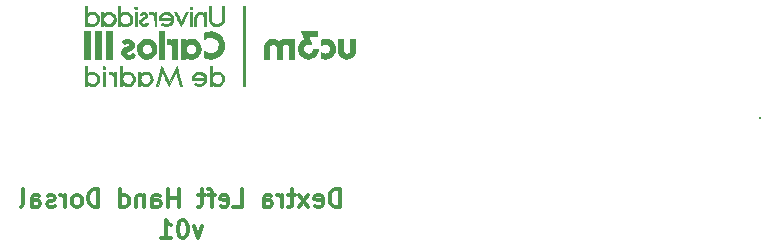
<source format=gbo>
G04 #@! TF.GenerationSoftware,KiCad,Pcbnew,(5.0.2)-1*
G04 #@! TF.CreationDate,2019-04-05T17:45:13+02:00*
G04 #@! TF.ProjectId,DorsalTPMG90,446f7273-616c-4545-904d-4739302e6b69,v01*
G04 #@! TF.SameCoordinates,Original*
G04 #@! TF.FileFunction,Legend,Bot*
G04 #@! TF.FilePolarity,Positive*
%FSLAX46Y46*%
G04 Gerber Fmt 4.6, Leading zero omitted, Abs format (unit mm)*
G04 Created by KiCad (PCBNEW (5.0.2)-1) date 05/04/2019 17:45:13*
%MOMM*%
%LPD*%
G01*
G04 APERTURE LIST*
%ADD10C,0.200000*%
%ADD11C,0.375000*%
%ADD12C,0.010000*%
G04 APERTURE END LIST*
D10*
X179475000Y-118125000D02*
X179475000Y-118100000D01*
X179500000Y-118000000D02*
X179475000Y-118125000D01*
D11*
X143903571Y-125641071D02*
X143903571Y-124141071D01*
X143546428Y-124141071D01*
X143332142Y-124212500D01*
X143189285Y-124355357D01*
X143117857Y-124498214D01*
X143046428Y-124783928D01*
X143046428Y-124998214D01*
X143117857Y-125283928D01*
X143189285Y-125426785D01*
X143332142Y-125569642D01*
X143546428Y-125641071D01*
X143903571Y-125641071D01*
X141832142Y-125569642D02*
X141975000Y-125641071D01*
X142260714Y-125641071D01*
X142403571Y-125569642D01*
X142475000Y-125426785D01*
X142475000Y-124855357D01*
X142403571Y-124712500D01*
X142260714Y-124641071D01*
X141975000Y-124641071D01*
X141832142Y-124712500D01*
X141760714Y-124855357D01*
X141760714Y-124998214D01*
X142475000Y-125141071D01*
X141260714Y-125641071D02*
X140475000Y-124641071D01*
X141260714Y-124641071D02*
X140475000Y-125641071D01*
X140117857Y-124641071D02*
X139546428Y-124641071D01*
X139903571Y-124141071D02*
X139903571Y-125426785D01*
X139832142Y-125569642D01*
X139689285Y-125641071D01*
X139546428Y-125641071D01*
X139046428Y-125641071D02*
X139046428Y-124641071D01*
X139046428Y-124926785D02*
X138975000Y-124783928D01*
X138903571Y-124712500D01*
X138760714Y-124641071D01*
X138617857Y-124641071D01*
X137475000Y-125641071D02*
X137475000Y-124855357D01*
X137546428Y-124712500D01*
X137689285Y-124641071D01*
X137975000Y-124641071D01*
X138117857Y-124712500D01*
X137475000Y-125569642D02*
X137617857Y-125641071D01*
X137975000Y-125641071D01*
X138117857Y-125569642D01*
X138189285Y-125426785D01*
X138189285Y-125283928D01*
X138117857Y-125141071D01*
X137975000Y-125069642D01*
X137617857Y-125069642D01*
X137475000Y-124998214D01*
X134903571Y-125641071D02*
X135617857Y-125641071D01*
X135617857Y-124141071D01*
X133832142Y-125569642D02*
X133975000Y-125641071D01*
X134260714Y-125641071D01*
X134403571Y-125569642D01*
X134475000Y-125426785D01*
X134475000Y-124855357D01*
X134403571Y-124712500D01*
X134260714Y-124641071D01*
X133975000Y-124641071D01*
X133832142Y-124712500D01*
X133760714Y-124855357D01*
X133760714Y-124998214D01*
X134475000Y-125141071D01*
X133332142Y-124641071D02*
X132760714Y-124641071D01*
X133117857Y-125641071D02*
X133117857Y-124355357D01*
X133046428Y-124212500D01*
X132903571Y-124141071D01*
X132760714Y-124141071D01*
X132475000Y-124641071D02*
X131903571Y-124641071D01*
X132260714Y-124141071D02*
X132260714Y-125426785D01*
X132189285Y-125569642D01*
X132046428Y-125641071D01*
X131903571Y-125641071D01*
X130260714Y-125641071D02*
X130260714Y-124141071D01*
X130260714Y-124855357D02*
X129403571Y-124855357D01*
X129403571Y-125641071D02*
X129403571Y-124141071D01*
X128046428Y-125641071D02*
X128046428Y-124855357D01*
X128117857Y-124712500D01*
X128260714Y-124641071D01*
X128546428Y-124641071D01*
X128689285Y-124712500D01*
X128046428Y-125569642D02*
X128189285Y-125641071D01*
X128546428Y-125641071D01*
X128689285Y-125569642D01*
X128760714Y-125426785D01*
X128760714Y-125283928D01*
X128689285Y-125141071D01*
X128546428Y-125069642D01*
X128189285Y-125069642D01*
X128046428Y-124998214D01*
X127332142Y-124641071D02*
X127332142Y-125641071D01*
X127332142Y-124783928D02*
X127260714Y-124712500D01*
X127117857Y-124641071D01*
X126903571Y-124641071D01*
X126760714Y-124712500D01*
X126689285Y-124855357D01*
X126689285Y-125641071D01*
X125332142Y-125641071D02*
X125332142Y-124141071D01*
X125332142Y-125569642D02*
X125475000Y-125641071D01*
X125760714Y-125641071D01*
X125903571Y-125569642D01*
X125975000Y-125498214D01*
X126046428Y-125355357D01*
X126046428Y-124926785D01*
X125975000Y-124783928D01*
X125903571Y-124712500D01*
X125760714Y-124641071D01*
X125475000Y-124641071D01*
X125332142Y-124712500D01*
X123475000Y-125641071D02*
X123475000Y-124141071D01*
X123117857Y-124141071D01*
X122903571Y-124212500D01*
X122760714Y-124355357D01*
X122689285Y-124498214D01*
X122617857Y-124783928D01*
X122617857Y-124998214D01*
X122689285Y-125283928D01*
X122760714Y-125426785D01*
X122903571Y-125569642D01*
X123117857Y-125641071D01*
X123475000Y-125641071D01*
X121760714Y-125641071D02*
X121903571Y-125569642D01*
X121975000Y-125498214D01*
X122046428Y-125355357D01*
X122046428Y-124926785D01*
X121975000Y-124783928D01*
X121903571Y-124712500D01*
X121760714Y-124641071D01*
X121546428Y-124641071D01*
X121403571Y-124712500D01*
X121332142Y-124783928D01*
X121260714Y-124926785D01*
X121260714Y-125355357D01*
X121332142Y-125498214D01*
X121403571Y-125569642D01*
X121546428Y-125641071D01*
X121760714Y-125641071D01*
X120617857Y-125641071D02*
X120617857Y-124641071D01*
X120617857Y-124926785D02*
X120546428Y-124783928D01*
X120475000Y-124712500D01*
X120332142Y-124641071D01*
X120189285Y-124641071D01*
X119760714Y-125569642D02*
X119617857Y-125641071D01*
X119332142Y-125641071D01*
X119189285Y-125569642D01*
X119117857Y-125426785D01*
X119117857Y-125355357D01*
X119189285Y-125212500D01*
X119332142Y-125141071D01*
X119546428Y-125141071D01*
X119689285Y-125069642D01*
X119760714Y-124926785D01*
X119760714Y-124855357D01*
X119689285Y-124712500D01*
X119546428Y-124641071D01*
X119332142Y-124641071D01*
X119189285Y-124712500D01*
X117832142Y-125641071D02*
X117832142Y-124855357D01*
X117903571Y-124712500D01*
X118046428Y-124641071D01*
X118332142Y-124641071D01*
X118475000Y-124712500D01*
X117832142Y-125569642D02*
X117975000Y-125641071D01*
X118332142Y-125641071D01*
X118475000Y-125569642D01*
X118546428Y-125426785D01*
X118546428Y-125283928D01*
X118475000Y-125141071D01*
X118332142Y-125069642D01*
X117975000Y-125069642D01*
X117832142Y-124998214D01*
X116903571Y-125641071D02*
X117046428Y-125569642D01*
X117117857Y-125426785D01*
X117117857Y-124141071D01*
X132260714Y-127266071D02*
X131903571Y-128266071D01*
X131546428Y-127266071D01*
X130689285Y-126766071D02*
X130546428Y-126766071D01*
X130403571Y-126837500D01*
X130332142Y-126908928D01*
X130260714Y-127051785D01*
X130189285Y-127337500D01*
X130189285Y-127694642D01*
X130260714Y-127980357D01*
X130332142Y-128123214D01*
X130403571Y-128194642D01*
X130546428Y-128266071D01*
X130689285Y-128266071D01*
X130832142Y-128194642D01*
X130903571Y-128123214D01*
X130975000Y-127980357D01*
X131046428Y-127694642D01*
X131046428Y-127337500D01*
X130975000Y-127051785D01*
X130903571Y-126908928D01*
X130832142Y-126837500D01*
X130689285Y-126766071D01*
X128760714Y-128266071D02*
X129617857Y-128266071D01*
X129189285Y-128266071D02*
X129189285Y-126766071D01*
X129332142Y-126980357D01*
X129475000Y-127123214D01*
X129617857Y-127194642D01*
D12*
G04 #@! TO.C,G\002A\002A\002A*
G36*
X126610243Y-108676200D02*
X126547512Y-108704023D01*
X126515595Y-108754873D01*
X126523681Y-108813224D01*
X126526392Y-108817850D01*
X126575523Y-108857302D01*
X126641801Y-108870001D01*
X126700413Y-108852154D01*
X126708029Y-108845611D01*
X126738078Y-108787929D01*
X126727657Y-108730657D01*
X126685116Y-108688260D01*
X126618802Y-108675199D01*
X126610243Y-108676200D01*
X126610243Y-108676200D01*
G37*
X126610243Y-108676200D02*
X126547512Y-108704023D01*
X126515595Y-108754873D01*
X126523681Y-108813224D01*
X126526392Y-108817850D01*
X126575523Y-108857302D01*
X126641801Y-108870001D01*
X126700413Y-108852154D01*
X126708029Y-108845611D01*
X126738078Y-108787929D01*
X126727657Y-108730657D01*
X126685116Y-108688260D01*
X126618802Y-108675199D01*
X126610243Y-108676200D01*
G36*
X131252017Y-108688431D02*
X131227581Y-108710615D01*
X131222712Y-108766633D01*
X131222700Y-108773400D01*
X131227385Y-108833741D01*
X131251105Y-108860465D01*
X131305425Y-108870272D01*
X131375929Y-108865225D01*
X131402684Y-108840369D01*
X131410980Y-108785382D01*
X131408859Y-108743497D01*
X131394008Y-108702822D01*
X131354768Y-108686552D01*
X131311600Y-108684500D01*
X131252017Y-108688431D01*
X131252017Y-108688431D01*
G37*
X131252017Y-108688431D02*
X131227581Y-108710615D01*
X131222712Y-108766633D01*
X131222700Y-108773400D01*
X131227385Y-108833741D01*
X131251105Y-108860465D01*
X131305425Y-108870272D01*
X131375929Y-108865225D01*
X131402684Y-108840369D01*
X131410980Y-108785382D01*
X131408859Y-108743497D01*
X131394008Y-108702822D01*
X131354768Y-108686552D01*
X131311600Y-108684500D01*
X131252017Y-108688431D01*
G36*
X130461555Y-109950750D02*
X130259581Y-109527175D01*
X130188405Y-109378370D01*
X130134903Y-109269270D01*
X130094913Y-109193713D01*
X130064272Y-109145538D01*
X130038816Y-109118584D01*
X130014382Y-109106688D01*
X129986808Y-109103688D01*
X129973404Y-109103600D01*
X129916529Y-109109794D01*
X129889546Y-109124921D01*
X129889200Y-109127045D01*
X129899723Y-109155666D01*
X129928880Y-109222342D01*
X129973055Y-109319458D01*
X130028632Y-109439400D01*
X130091994Y-109574555D01*
X130159525Y-109717309D01*
X130227608Y-109860047D01*
X130292628Y-109995157D01*
X130350968Y-110115025D01*
X130399011Y-110212036D01*
X130433141Y-110278577D01*
X130449583Y-110306862D01*
X130465461Y-110290982D01*
X130500088Y-110234922D01*
X130550390Y-110144378D01*
X130613295Y-110025045D01*
X130685730Y-109882616D01*
X130763533Y-109725025D01*
X130841879Y-109563791D01*
X130912364Y-109418126D01*
X130972084Y-109294087D01*
X131018132Y-109197726D01*
X131047602Y-109135098D01*
X131057600Y-109112313D01*
X131035221Y-109106571D01*
X130980140Y-109103681D01*
X130967876Y-109103600D01*
X130878151Y-109103600D01*
X130461555Y-109950750D01*
X130461555Y-109950750D01*
G37*
X130461555Y-109950750D02*
X130259581Y-109527175D01*
X130188405Y-109378370D01*
X130134903Y-109269270D01*
X130094913Y-109193713D01*
X130064272Y-109145538D01*
X130038816Y-109118584D01*
X130014382Y-109106688D01*
X129986808Y-109103688D01*
X129973404Y-109103600D01*
X129916529Y-109109794D01*
X129889546Y-109124921D01*
X129889200Y-109127045D01*
X129899723Y-109155666D01*
X129928880Y-109222342D01*
X129973055Y-109319458D01*
X130028632Y-109439400D01*
X130091994Y-109574555D01*
X130159525Y-109717309D01*
X130227608Y-109860047D01*
X130292628Y-109995157D01*
X130350968Y-110115025D01*
X130399011Y-110212036D01*
X130433141Y-110278577D01*
X130449583Y-110306862D01*
X130465461Y-110290982D01*
X130500088Y-110234922D01*
X130550390Y-110144378D01*
X130613295Y-110025045D01*
X130685730Y-109882616D01*
X130763533Y-109725025D01*
X130841879Y-109563791D01*
X130912364Y-109418126D01*
X130972084Y-109294087D01*
X131018132Y-109197726D01*
X131047602Y-109135098D01*
X131057600Y-109112313D01*
X131035221Y-109106571D01*
X130980140Y-109103681D01*
X130967876Y-109103600D01*
X130878151Y-109103600D01*
X130461555Y-109950750D01*
G36*
X122332700Y-110335500D02*
X122402550Y-110343537D01*
X122448529Y-110344320D01*
X122468094Y-110323093D01*
X122472383Y-110266197D01*
X122472400Y-110257889D01*
X122474117Y-110197611D01*
X122485428Y-110179760D01*
X122515577Y-110195960D01*
X122529550Y-110206117D01*
X122679315Y-110287455D01*
X122848301Y-110331832D01*
X123020144Y-110336145D01*
X123119225Y-110317823D01*
X123215769Y-110271664D01*
X123317615Y-110192237D01*
X123411175Y-110093429D01*
X123482862Y-109989128D01*
X123514647Y-109913656D01*
X123536742Y-109741999D01*
X123535810Y-109735403D01*
X123360594Y-109735403D01*
X123344126Y-109861534D01*
X123299351Y-109971560D01*
X123288638Y-109987772D01*
X123191009Y-110083643D01*
X123066232Y-110145323D01*
X122927756Y-110169157D01*
X122789029Y-110151493D01*
X122744635Y-110135573D01*
X122630608Y-110061446D01*
X122545942Y-109947649D01*
X122510547Y-109865733D01*
X122485187Y-109752673D01*
X122495861Y-109644511D01*
X122544645Y-109524820D01*
X122556365Y-109503070D01*
X122631574Y-109412309D01*
X122737458Y-109341338D01*
X122856823Y-109298676D01*
X122972477Y-109292843D01*
X122978672Y-109293808D01*
X123118788Y-109342185D01*
X123241497Y-109433028D01*
X123305871Y-109510604D01*
X123348070Y-109612111D01*
X123360594Y-109735403D01*
X123535810Y-109735403D01*
X123513108Y-109574816D01*
X123447323Y-109421446D01*
X123342964Y-109291229D01*
X123248421Y-109218571D01*
X123179085Y-109179082D01*
X123117711Y-109155958D01*
X123046037Y-109144940D01*
X122945804Y-109141768D01*
X122918892Y-109141700D01*
X122809829Y-109143801D01*
X122734256Y-109152672D01*
X122674951Y-109172160D01*
X122614686Y-109206114D01*
X122606255Y-109211550D01*
X122542269Y-109251586D01*
X122497267Y-109276856D01*
X122485605Y-109281400D01*
X122480603Y-109257604D01*
X122476470Y-109192627D01*
X122473607Y-109096089D01*
X122472413Y-108977605D01*
X122472400Y-108963900D01*
X122472400Y-108646400D01*
X122319316Y-108646400D01*
X122332700Y-110335500D01*
X122332700Y-110335500D01*
G37*
X122332700Y-110335500D02*
X122402550Y-110343537D01*
X122448529Y-110344320D01*
X122468094Y-110323093D01*
X122472383Y-110266197D01*
X122472400Y-110257889D01*
X122474117Y-110197611D01*
X122485428Y-110179760D01*
X122515577Y-110195960D01*
X122529550Y-110206117D01*
X122679315Y-110287455D01*
X122848301Y-110331832D01*
X123020144Y-110336145D01*
X123119225Y-110317823D01*
X123215769Y-110271664D01*
X123317615Y-110192237D01*
X123411175Y-110093429D01*
X123482862Y-109989128D01*
X123514647Y-109913656D01*
X123536742Y-109741999D01*
X123535810Y-109735403D01*
X123360594Y-109735403D01*
X123344126Y-109861534D01*
X123299351Y-109971560D01*
X123288638Y-109987772D01*
X123191009Y-110083643D01*
X123066232Y-110145323D01*
X122927756Y-110169157D01*
X122789029Y-110151493D01*
X122744635Y-110135573D01*
X122630608Y-110061446D01*
X122545942Y-109947649D01*
X122510547Y-109865733D01*
X122485187Y-109752673D01*
X122495861Y-109644511D01*
X122544645Y-109524820D01*
X122556365Y-109503070D01*
X122631574Y-109412309D01*
X122737458Y-109341338D01*
X122856823Y-109298676D01*
X122972477Y-109292843D01*
X122978672Y-109293808D01*
X123118788Y-109342185D01*
X123241497Y-109433028D01*
X123305871Y-109510604D01*
X123348070Y-109612111D01*
X123360594Y-109735403D01*
X123535810Y-109735403D01*
X123513108Y-109574816D01*
X123447323Y-109421446D01*
X123342964Y-109291229D01*
X123248421Y-109218571D01*
X123179085Y-109179082D01*
X123117711Y-109155958D01*
X123046037Y-109144940D01*
X122945804Y-109141768D01*
X122918892Y-109141700D01*
X122809829Y-109143801D01*
X122734256Y-109152672D01*
X122674951Y-109172160D01*
X122614686Y-109206114D01*
X122606255Y-109211550D01*
X122542269Y-109251586D01*
X122497267Y-109276856D01*
X122485605Y-109281400D01*
X122480603Y-109257604D01*
X122476470Y-109192627D01*
X122473607Y-109096089D01*
X122472413Y-108977605D01*
X122472400Y-108963900D01*
X122472400Y-108646400D01*
X122319316Y-108646400D01*
X122332700Y-110335500D01*
G36*
X123722891Y-109732250D02*
X123729700Y-110335500D01*
X123805900Y-110335500D01*
X123859765Y-110328850D01*
X123883044Y-110298334D01*
X123889928Y-110254718D01*
X123897755Y-110173936D01*
X123988188Y-110235305D01*
X124144675Y-110313251D01*
X124311308Y-110344986D01*
X124478619Y-110329185D01*
X124536202Y-110311960D01*
X124691224Y-110231699D01*
X124811360Y-110116653D01*
X124892978Y-109972081D01*
X124932451Y-109803244D01*
X124934080Y-109767434D01*
X124778745Y-109767434D01*
X124745676Y-109882261D01*
X124744488Y-109885119D01*
X124666275Y-110014561D01*
X124559955Y-110107418D01*
X124434110Y-110160611D01*
X124297323Y-110171060D01*
X124158177Y-110135687D01*
X124111218Y-110112314D01*
X124003977Y-110025016D01*
X123932794Y-109911828D01*
X123898673Y-109783534D01*
X123902622Y-109650917D01*
X123945646Y-109524762D01*
X124028752Y-109415853D01*
X124044902Y-109401532D01*
X124170122Y-109325711D01*
X124304765Y-109294290D01*
X124439137Y-109305284D01*
X124563541Y-109356709D01*
X124668281Y-109446580D01*
X124729923Y-109541743D01*
X124773774Y-109660526D01*
X124778745Y-109767434D01*
X124934080Y-109767434D01*
X124935643Y-109733094D01*
X124912777Y-109554258D01*
X124848514Y-109400895D01*
X124747363Y-109277526D01*
X124613834Y-109188674D01*
X124452435Y-109138858D01*
X124333766Y-109129557D01*
X124227819Y-109139374D01*
X124121498Y-109164635D01*
X124030311Y-109200207D01*
X123969766Y-109240952D01*
X123959935Y-109253355D01*
X123928723Y-109281159D01*
X123904588Y-109263538D01*
X123894801Y-109205867D01*
X123894800Y-109205200D01*
X123889885Y-109154095D01*
X123864888Y-109133065D01*
X123805441Y-109129000D01*
X123716081Y-109129000D01*
X123722891Y-109732250D01*
X123722891Y-109732250D01*
G37*
X123722891Y-109732250D02*
X123729700Y-110335500D01*
X123805900Y-110335500D01*
X123859765Y-110328850D01*
X123883044Y-110298334D01*
X123889928Y-110254718D01*
X123897755Y-110173936D01*
X123988188Y-110235305D01*
X124144675Y-110313251D01*
X124311308Y-110344986D01*
X124478619Y-110329185D01*
X124536202Y-110311960D01*
X124691224Y-110231699D01*
X124811360Y-110116653D01*
X124892978Y-109972081D01*
X124932451Y-109803244D01*
X124934080Y-109767434D01*
X124778745Y-109767434D01*
X124745676Y-109882261D01*
X124744488Y-109885119D01*
X124666275Y-110014561D01*
X124559955Y-110107418D01*
X124434110Y-110160611D01*
X124297323Y-110171060D01*
X124158177Y-110135687D01*
X124111218Y-110112314D01*
X124003977Y-110025016D01*
X123932794Y-109911828D01*
X123898673Y-109783534D01*
X123902622Y-109650917D01*
X123945646Y-109524762D01*
X124028752Y-109415853D01*
X124044902Y-109401532D01*
X124170122Y-109325711D01*
X124304765Y-109294290D01*
X124439137Y-109305284D01*
X124563541Y-109356709D01*
X124668281Y-109446580D01*
X124729923Y-109541743D01*
X124773774Y-109660526D01*
X124778745Y-109767434D01*
X124934080Y-109767434D01*
X124935643Y-109733094D01*
X124912777Y-109554258D01*
X124848514Y-109400895D01*
X124747363Y-109277526D01*
X124613834Y-109188674D01*
X124452435Y-109138858D01*
X124333766Y-109129557D01*
X124227819Y-109139374D01*
X124121498Y-109164635D01*
X124030311Y-109200207D01*
X123969766Y-109240952D01*
X123959935Y-109253355D01*
X123928723Y-109281159D01*
X123904588Y-109263538D01*
X123894801Y-109205867D01*
X123894800Y-109205200D01*
X123889885Y-109154095D01*
X123864888Y-109133065D01*
X123805441Y-109129000D01*
X123716081Y-109129000D01*
X123722891Y-109732250D01*
G36*
X125209250Y-108651140D02*
X125126700Y-108659100D01*
X125126700Y-110335500D01*
X125202900Y-110335500D01*
X125256814Y-110328826D01*
X125280082Y-110298231D01*
X125286914Y-110254908D01*
X125294727Y-110174317D01*
X125417649Y-110250730D01*
X125535295Y-110304190D01*
X125670989Y-110335869D01*
X125804315Y-110342593D01*
X125901565Y-110325979D01*
X126067646Y-110248116D01*
X126198638Y-110138273D01*
X126291216Y-110002507D01*
X126342052Y-109846877D01*
X126347189Y-109695982D01*
X126174527Y-109695982D01*
X126163383Y-109838021D01*
X126111899Y-109961875D01*
X126028080Y-110062052D01*
X125919931Y-110133063D01*
X125795459Y-110169417D01*
X125662668Y-110165625D01*
X125547607Y-110125910D01*
X125477013Y-110077511D01*
X125404494Y-110009443D01*
X125382930Y-109984415D01*
X125336329Y-109917803D01*
X125313053Y-109854342D01*
X125305613Y-109770500D01*
X125305347Y-109740620D01*
X125325327Y-109598033D01*
X125380153Y-109482567D01*
X125462156Y-109394618D01*
X125563666Y-109334578D01*
X125677013Y-109302843D01*
X125794528Y-109299805D01*
X125908540Y-109325859D01*
X126011381Y-109381398D01*
X126095380Y-109466817D01*
X126152867Y-109582509D01*
X126174527Y-109695982D01*
X126347189Y-109695982D01*
X126347821Y-109677440D01*
X126324043Y-109556527D01*
X126259114Y-109416241D01*
X126156254Y-109291402D01*
X126028308Y-109195895D01*
X125961298Y-109164374D01*
X125823511Y-109132919D01*
X125673034Y-109132857D01*
X125529259Y-109162456D01*
X125422306Y-109212565D01*
X125359513Y-109252484D01*
X125315681Y-109277325D01*
X125305045Y-109281400D01*
X125300039Y-109257599D01*
X125295900Y-109192595D01*
X125293026Y-109095979D01*
X125291815Y-108977346D01*
X125291800Y-108962290D01*
X125291800Y-108643181D01*
X125209250Y-108651140D01*
X125209250Y-108651140D01*
G37*
X125209250Y-108651140D02*
X125126700Y-108659100D01*
X125126700Y-110335500D01*
X125202900Y-110335500D01*
X125256814Y-110328826D01*
X125280082Y-110298231D01*
X125286914Y-110254908D01*
X125294727Y-110174317D01*
X125417649Y-110250730D01*
X125535295Y-110304190D01*
X125670989Y-110335869D01*
X125804315Y-110342593D01*
X125901565Y-110325979D01*
X126067646Y-110248116D01*
X126198638Y-110138273D01*
X126291216Y-110002507D01*
X126342052Y-109846877D01*
X126347189Y-109695982D01*
X126174527Y-109695982D01*
X126163383Y-109838021D01*
X126111899Y-109961875D01*
X126028080Y-110062052D01*
X125919931Y-110133063D01*
X125795459Y-110169417D01*
X125662668Y-110165625D01*
X125547607Y-110125910D01*
X125477013Y-110077511D01*
X125404494Y-110009443D01*
X125382930Y-109984415D01*
X125336329Y-109917803D01*
X125313053Y-109854342D01*
X125305613Y-109770500D01*
X125305347Y-109740620D01*
X125325327Y-109598033D01*
X125380153Y-109482567D01*
X125462156Y-109394618D01*
X125563666Y-109334578D01*
X125677013Y-109302843D01*
X125794528Y-109299805D01*
X125908540Y-109325859D01*
X126011381Y-109381398D01*
X126095380Y-109466817D01*
X126152867Y-109582509D01*
X126174527Y-109695982D01*
X126347189Y-109695982D01*
X126347821Y-109677440D01*
X126324043Y-109556527D01*
X126259114Y-109416241D01*
X126156254Y-109291402D01*
X126028308Y-109195895D01*
X125961298Y-109164374D01*
X125823511Y-109132919D01*
X125673034Y-109132857D01*
X125529259Y-109162456D01*
X125422306Y-109212565D01*
X125359513Y-109252484D01*
X125315681Y-109277325D01*
X125305045Y-109281400D01*
X125300039Y-109257599D01*
X125295900Y-109192595D01*
X125293026Y-109095979D01*
X125291815Y-108977346D01*
X125291800Y-108962290D01*
X125291800Y-108643181D01*
X125209250Y-108651140D01*
G36*
X126536400Y-110348200D02*
X126714200Y-110348200D01*
X126714200Y-109129000D01*
X126536400Y-109129000D01*
X126536400Y-110348200D01*
X126536400Y-110348200D01*
G37*
X126536400Y-110348200D02*
X126714200Y-110348200D01*
X126714200Y-109129000D01*
X126536400Y-109129000D01*
X126536400Y-110348200D01*
G36*
X127157458Y-109148868D02*
X127057620Y-109209698D01*
X127007924Y-109269786D01*
X126983123Y-109315614D01*
X126993347Y-109344683D01*
X127029794Y-109371386D01*
X127077439Y-109396998D01*
X127111489Y-109389034D01*
X127143590Y-109360010D01*
X127228577Y-109302471D01*
X127317370Y-109290755D01*
X127387486Y-109317285D01*
X127440016Y-109367545D01*
X127447984Y-109422032D01*
X127410195Y-109482578D01*
X127325455Y-109551017D01*
X127192571Y-109629182D01*
X127179960Y-109635840D01*
X127056650Y-109707413D01*
X126974441Y-109774340D01*
X126925432Y-109845375D01*
X126901723Y-109929269D01*
X126899516Y-109946568D01*
X126911066Y-110066836D01*
X126970734Y-110179910D01*
X127073249Y-110278807D01*
X127159654Y-110318495D01*
X127271678Y-110337666D01*
X127387426Y-110333770D01*
X127441870Y-110321764D01*
X127497800Y-110292447D01*
X127563096Y-110241730D01*
X127624088Y-110182579D01*
X127667109Y-110127963D01*
X127679400Y-110096397D01*
X127658492Y-110072726D01*
X127608065Y-110045418D01*
X127606761Y-110044874D01*
X127557230Y-110029492D01*
X127518537Y-110038491D01*
X127470945Y-110078133D01*
X127456315Y-110092593D01*
X127365009Y-110155283D01*
X127268416Y-110172216D01*
X127176285Y-110142928D01*
X127132146Y-110108054D01*
X127081923Y-110045182D01*
X127067536Y-109987683D01*
X127091763Y-109930592D01*
X127157384Y-109868944D01*
X127267178Y-109797776D01*
X127323800Y-109765689D01*
X127456263Y-109686868D01*
X127546664Y-109617808D01*
X127601089Y-109552080D01*
X127625629Y-109483254D01*
X127628600Y-109443822D01*
X127607295Y-109318217D01*
X127545912Y-109221706D01*
X127448253Y-109157782D01*
X127318117Y-109129937D01*
X127286068Y-109129000D01*
X127157458Y-109148868D01*
X127157458Y-109148868D01*
G37*
X127157458Y-109148868D02*
X127057620Y-109209698D01*
X127007924Y-109269786D01*
X126983123Y-109315614D01*
X126993347Y-109344683D01*
X127029794Y-109371386D01*
X127077439Y-109396998D01*
X127111489Y-109389034D01*
X127143590Y-109360010D01*
X127228577Y-109302471D01*
X127317370Y-109290755D01*
X127387486Y-109317285D01*
X127440016Y-109367545D01*
X127447984Y-109422032D01*
X127410195Y-109482578D01*
X127325455Y-109551017D01*
X127192571Y-109629182D01*
X127179960Y-109635840D01*
X127056650Y-109707413D01*
X126974441Y-109774340D01*
X126925432Y-109845375D01*
X126901723Y-109929269D01*
X126899516Y-109946568D01*
X126911066Y-110066836D01*
X126970734Y-110179910D01*
X127073249Y-110278807D01*
X127159654Y-110318495D01*
X127271678Y-110337666D01*
X127387426Y-110333770D01*
X127441870Y-110321764D01*
X127497800Y-110292447D01*
X127563096Y-110241730D01*
X127624088Y-110182579D01*
X127667109Y-110127963D01*
X127679400Y-110096397D01*
X127658492Y-110072726D01*
X127608065Y-110045418D01*
X127606761Y-110044874D01*
X127557230Y-110029492D01*
X127518537Y-110038491D01*
X127470945Y-110078133D01*
X127456315Y-110092593D01*
X127365009Y-110155283D01*
X127268416Y-110172216D01*
X127176285Y-110142928D01*
X127132146Y-110108054D01*
X127081923Y-110045182D01*
X127067536Y-109987683D01*
X127091763Y-109930592D01*
X127157384Y-109868944D01*
X127267178Y-109797776D01*
X127323800Y-109765689D01*
X127456263Y-109686868D01*
X127546664Y-109617808D01*
X127601089Y-109552080D01*
X127625629Y-109483254D01*
X127628600Y-109443822D01*
X127607295Y-109318217D01*
X127545912Y-109221706D01*
X127448253Y-109157782D01*
X127318117Y-109129937D01*
X127286068Y-109129000D01*
X127157458Y-109148868D01*
G36*
X128254008Y-109140692D02*
X128233138Y-109180432D01*
X128235193Y-109211550D01*
X128226769Y-109228730D01*
X128188405Y-109221248D01*
X128114225Y-109187739D01*
X128098500Y-109179800D01*
X128006351Y-109146501D01*
X127906940Y-109129546D01*
X127889930Y-109129000D01*
X127821857Y-109131193D01*
X127790424Y-109145477D01*
X127781471Y-109183406D01*
X127781000Y-109217900D01*
X127781000Y-109306800D01*
X127906192Y-109306800D01*
X127992065Y-109312595D01*
X128054556Y-109337056D01*
X128120437Y-109390791D01*
X128122092Y-109392349D01*
X128170478Y-109441415D01*
X128198060Y-109485322D01*
X128211123Y-109541389D01*
X128215952Y-109626935D01*
X128216561Y-109652699D01*
X128219192Y-109746748D01*
X128222435Y-109823564D01*
X128225500Y-109865600D01*
X128228264Y-109907268D01*
X128231157Y-109985459D01*
X128233690Y-110085901D01*
X128234440Y-110125950D01*
X128238200Y-110348200D01*
X128390600Y-110348200D01*
X128390600Y-109129000D01*
X128314400Y-109129000D01*
X128254008Y-109140692D01*
X128254008Y-109140692D01*
G37*
X128254008Y-109140692D02*
X128233138Y-109180432D01*
X128235193Y-109211550D01*
X128226769Y-109228730D01*
X128188405Y-109221248D01*
X128114225Y-109187739D01*
X128098500Y-109179800D01*
X128006351Y-109146501D01*
X127906940Y-109129546D01*
X127889930Y-109129000D01*
X127821857Y-109131193D01*
X127790424Y-109145477D01*
X127781471Y-109183406D01*
X127781000Y-109217900D01*
X127781000Y-109306800D01*
X127906192Y-109306800D01*
X127992065Y-109312595D01*
X128054556Y-109337056D01*
X128120437Y-109390791D01*
X128122092Y-109392349D01*
X128170478Y-109441415D01*
X128198060Y-109485322D01*
X128211123Y-109541389D01*
X128215952Y-109626935D01*
X128216561Y-109652699D01*
X128219192Y-109746748D01*
X128222435Y-109823564D01*
X128225500Y-109865600D01*
X128228264Y-109907268D01*
X128231157Y-109985459D01*
X128233690Y-110085901D01*
X128234440Y-110125950D01*
X128238200Y-110348200D01*
X128390600Y-110348200D01*
X128390600Y-109129000D01*
X128314400Y-109129000D01*
X128254008Y-109140692D01*
G36*
X129051415Y-109149110D02*
X128933728Y-109190014D01*
X128799994Y-109278127D01*
X128693803Y-109399747D01*
X128622651Y-109543354D01*
X128594034Y-109697429D01*
X128593800Y-109712384D01*
X128593800Y-109814800D01*
X129114500Y-109814800D01*
X129318524Y-109816098D01*
X129472161Y-109819988D01*
X129575313Y-109826467D01*
X129627881Y-109835528D01*
X129635200Y-109841461D01*
X129616549Y-109905285D01*
X129568134Y-109982524D01*
X129501269Y-110056701D01*
X129468295Y-110084599D01*
X129346317Y-110147359D01*
X129208041Y-110168669D01*
X129068043Y-110147422D01*
X129001238Y-110120129D01*
X128934755Y-110087625D01*
X128896126Y-110077678D01*
X128867982Y-110089709D01*
X128841322Y-110114789D01*
X128809485Y-110158240D01*
X128814303Y-110196099D01*
X128859939Y-110235949D01*
X128928965Y-110274532D01*
X129057900Y-110318940D01*
X129206398Y-110337631D01*
X129348832Y-110328096D01*
X129386580Y-110319347D01*
X129482161Y-110274668D01*
X129585152Y-110198745D01*
X129679878Y-110105587D01*
X129750665Y-110009204D01*
X129765287Y-109980883D01*
X129805322Y-109836076D01*
X129806791Y-109676903D01*
X129795037Y-109623038D01*
X129635200Y-109623038D01*
X129611176Y-109627620D01*
X129544600Y-109631570D01*
X129443719Y-109634621D01*
X129316782Y-109636508D01*
X129203400Y-109637000D01*
X129061699Y-109636223D01*
X128939534Y-109634070D01*
X128845152Y-109630808D01*
X128786800Y-109626704D01*
X128771600Y-109623038D01*
X128787299Y-109576802D01*
X128826787Y-109511231D01*
X128878655Y-109443621D01*
X128915383Y-109405113D01*
X129033419Y-109326925D01*
X129164929Y-109291798D01*
X129298713Y-109300049D01*
X129423570Y-109351993D01*
X129473452Y-109389350D01*
X129535211Y-109453036D01*
X129589846Y-109525228D01*
X129626341Y-109590009D01*
X129635200Y-109623038D01*
X129795037Y-109623038D01*
X129772285Y-109518779D01*
X129704394Y-109377118D01*
X129652674Y-109310635D01*
X129529175Y-109213558D01*
X129380053Y-109152978D01*
X129216926Y-109130846D01*
X129051415Y-109149110D01*
X129051415Y-109149110D01*
G37*
X129051415Y-109149110D02*
X128933728Y-109190014D01*
X128799994Y-109278127D01*
X128693803Y-109399747D01*
X128622651Y-109543354D01*
X128594034Y-109697429D01*
X128593800Y-109712384D01*
X128593800Y-109814800D01*
X129114500Y-109814800D01*
X129318524Y-109816098D01*
X129472161Y-109819988D01*
X129575313Y-109826467D01*
X129627881Y-109835528D01*
X129635200Y-109841461D01*
X129616549Y-109905285D01*
X129568134Y-109982524D01*
X129501269Y-110056701D01*
X129468295Y-110084599D01*
X129346317Y-110147359D01*
X129208041Y-110168669D01*
X129068043Y-110147422D01*
X129001238Y-110120129D01*
X128934755Y-110087625D01*
X128896126Y-110077678D01*
X128867982Y-110089709D01*
X128841322Y-110114789D01*
X128809485Y-110158240D01*
X128814303Y-110196099D01*
X128859939Y-110235949D01*
X128928965Y-110274532D01*
X129057900Y-110318940D01*
X129206398Y-110337631D01*
X129348832Y-110328096D01*
X129386580Y-110319347D01*
X129482161Y-110274668D01*
X129585152Y-110198745D01*
X129679878Y-110105587D01*
X129750665Y-110009204D01*
X129765287Y-109980883D01*
X129805322Y-109836076D01*
X129806791Y-109676903D01*
X129795037Y-109623038D01*
X129635200Y-109623038D01*
X129611176Y-109627620D01*
X129544600Y-109631570D01*
X129443719Y-109634621D01*
X129316782Y-109636508D01*
X129203400Y-109637000D01*
X129061699Y-109636223D01*
X128939534Y-109634070D01*
X128845152Y-109630808D01*
X128786800Y-109626704D01*
X128771600Y-109623038D01*
X128787299Y-109576802D01*
X128826787Y-109511231D01*
X128878655Y-109443621D01*
X128915383Y-109405113D01*
X129033419Y-109326925D01*
X129164929Y-109291798D01*
X129298713Y-109300049D01*
X129423570Y-109351993D01*
X129473452Y-109389350D01*
X129535211Y-109453036D01*
X129589846Y-109525228D01*
X129626341Y-109590009D01*
X129635200Y-109623038D01*
X129795037Y-109623038D01*
X129772285Y-109518779D01*
X129704394Y-109377118D01*
X129652674Y-109310635D01*
X129529175Y-109213558D01*
X129380053Y-109152978D01*
X129216926Y-109130846D01*
X129051415Y-109149110D01*
G36*
X131235400Y-110348200D02*
X131387800Y-110348200D01*
X131387800Y-109129000D01*
X131235400Y-109129000D01*
X131235400Y-110348200D01*
X131235400Y-110348200D01*
G37*
X131235400Y-110348200D02*
X131387800Y-110348200D01*
X131387800Y-109129000D01*
X131235400Y-109129000D01*
X131235400Y-110348200D01*
G36*
X132431429Y-109134682D02*
X132406706Y-109156866D01*
X132403800Y-109179800D01*
X132403047Y-109212244D01*
X132393468Y-109225720D01*
X132364082Y-109219989D01*
X132303911Y-109194814D01*
X132263140Y-109176758D01*
X132113757Y-109136173D01*
X131966781Y-109143765D01*
X131830093Y-109197206D01*
X131711578Y-109294170D01*
X131664910Y-109353365D01*
X131642889Y-109388025D01*
X131626676Y-109423881D01*
X131615192Y-109469347D01*
X131607356Y-109532842D01*
X131602085Y-109622782D01*
X131598300Y-109747584D01*
X131595294Y-109895405D01*
X131586887Y-110348200D01*
X131768800Y-110348200D01*
X131768800Y-109940538D01*
X131770404Y-109761634D01*
X131776481Y-109625995D01*
X131788935Y-109526150D01*
X131809668Y-109454629D01*
X131840582Y-109403963D01*
X131883580Y-109366682D01*
X131920369Y-109345329D01*
X132018440Y-109314977D01*
X132129133Y-109310429D01*
X132227485Y-109332005D01*
X132246581Y-109341162D01*
X132302042Y-109385638D01*
X132353801Y-109447362D01*
X132354363Y-109448212D01*
X132372977Y-109481576D01*
X132386260Y-109522006D01*
X132395090Y-109578172D01*
X132400343Y-109658747D01*
X132402897Y-109772403D01*
X132403629Y-109927812D01*
X132403633Y-109935450D01*
X132403800Y-110348200D01*
X132581600Y-110348200D01*
X132581600Y-109129000D01*
X132492700Y-109129000D01*
X132431429Y-109134682D01*
X132431429Y-109134682D01*
G37*
X132431429Y-109134682D02*
X132406706Y-109156866D01*
X132403800Y-109179800D01*
X132403047Y-109212244D01*
X132393468Y-109225720D01*
X132364082Y-109219989D01*
X132303911Y-109194814D01*
X132263140Y-109176758D01*
X132113757Y-109136173D01*
X131966781Y-109143765D01*
X131830093Y-109197206D01*
X131711578Y-109294170D01*
X131664910Y-109353365D01*
X131642889Y-109388025D01*
X131626676Y-109423881D01*
X131615192Y-109469347D01*
X131607356Y-109532842D01*
X131602085Y-109622782D01*
X131598300Y-109747584D01*
X131595294Y-109895405D01*
X131586887Y-110348200D01*
X131768800Y-110348200D01*
X131768800Y-109940538D01*
X131770404Y-109761634D01*
X131776481Y-109625995D01*
X131788935Y-109526150D01*
X131809668Y-109454629D01*
X131840582Y-109403963D01*
X131883580Y-109366682D01*
X131920369Y-109345329D01*
X132018440Y-109314977D01*
X132129133Y-109310429D01*
X132227485Y-109332005D01*
X132246581Y-109341162D01*
X132302042Y-109385638D01*
X132353801Y-109447362D01*
X132354363Y-109448212D01*
X132372977Y-109481576D01*
X132386260Y-109522006D01*
X132395090Y-109578172D01*
X132400343Y-109658747D01*
X132402897Y-109772403D01*
X132403629Y-109927812D01*
X132403633Y-109935450D01*
X132403800Y-110348200D01*
X132581600Y-110348200D01*
X132581600Y-109129000D01*
X132492700Y-109129000D01*
X132431429Y-109134682D01*
G36*
X133953200Y-109235280D02*
X133952888Y-109420779D01*
X133951549Y-109563050D01*
X133948577Y-109669663D01*
X133943370Y-109748187D01*
X133935322Y-109806194D01*
X133923828Y-109851252D01*
X133908285Y-109890933D01*
X133899323Y-109910056D01*
X133817642Y-110030804D01*
X133707945Y-110110738D01*
X133567487Y-110151441D01*
X133470600Y-110157700D01*
X133310997Y-110139074D01*
X133183750Y-110082141D01*
X133086114Y-109985315D01*
X133041878Y-109910056D01*
X133024203Y-109870280D01*
X133010864Y-109828716D01*
X133001257Y-109777794D01*
X132994778Y-109709945D01*
X132990821Y-109617598D01*
X132988783Y-109493184D01*
X132988059Y-109329132D01*
X132988000Y-109235280D01*
X132988000Y-108671800D01*
X132810200Y-108671800D01*
X132810200Y-109213289D01*
X132811509Y-109429248D01*
X132816272Y-109601700D01*
X132825742Y-109737891D01*
X132841173Y-109845068D01*
X132863820Y-109930476D01*
X132894936Y-110001361D01*
X132935775Y-110064969D01*
X132963741Y-110100575D01*
X133095839Y-110222429D01*
X133251888Y-110302813D01*
X133423243Y-110339220D01*
X133601257Y-110329143D01*
X133681415Y-110308716D01*
X133800311Y-110250752D01*
X133920277Y-110156263D01*
X133926582Y-110150212D01*
X133986778Y-110087571D01*
X134033977Y-110025254D01*
X134069729Y-109956167D01*
X134095581Y-109873213D01*
X134113083Y-109769296D01*
X134123781Y-109637318D01*
X134129224Y-109470184D01*
X134130962Y-109260798D01*
X134131000Y-109213289D01*
X134131000Y-108671800D01*
X133953200Y-108671800D01*
X133953200Y-109235280D01*
X133953200Y-109235280D01*
G37*
X133953200Y-109235280D02*
X133952888Y-109420779D01*
X133951549Y-109563050D01*
X133948577Y-109669663D01*
X133943370Y-109748187D01*
X133935322Y-109806194D01*
X133923828Y-109851252D01*
X133908285Y-109890933D01*
X133899323Y-109910056D01*
X133817642Y-110030804D01*
X133707945Y-110110738D01*
X133567487Y-110151441D01*
X133470600Y-110157700D01*
X133310997Y-110139074D01*
X133183750Y-110082141D01*
X133086114Y-109985315D01*
X133041878Y-109910056D01*
X133024203Y-109870280D01*
X133010864Y-109828716D01*
X133001257Y-109777794D01*
X132994778Y-109709945D01*
X132990821Y-109617598D01*
X132988783Y-109493184D01*
X132988059Y-109329132D01*
X132988000Y-109235280D01*
X132988000Y-108671800D01*
X132810200Y-108671800D01*
X132810200Y-109213289D01*
X132811509Y-109429248D01*
X132816272Y-109601700D01*
X132825742Y-109737891D01*
X132841173Y-109845068D01*
X132863820Y-109930476D01*
X132894936Y-110001361D01*
X132935775Y-110064969D01*
X132963741Y-110100575D01*
X133095839Y-110222429D01*
X133251888Y-110302813D01*
X133423243Y-110339220D01*
X133601257Y-110329143D01*
X133681415Y-110308716D01*
X133800311Y-110250752D01*
X133920277Y-110156263D01*
X133926582Y-110150212D01*
X133986778Y-110087571D01*
X134033977Y-110025254D01*
X134069729Y-109956167D01*
X134095581Y-109873213D01*
X134113083Y-109769296D01*
X134123781Y-109637318D01*
X134129224Y-109470184D01*
X134130962Y-109260798D01*
X134131000Y-109213289D01*
X134131000Y-108671800D01*
X133953200Y-108671800D01*
X133953200Y-109235280D01*
G36*
X122294600Y-113091400D02*
X122803113Y-113091400D01*
X122796507Y-111929350D01*
X122789900Y-110767300D01*
X122294600Y-110752760D01*
X122294600Y-113091400D01*
X122294600Y-113091400D01*
G37*
X122294600Y-113091400D02*
X122803113Y-113091400D01*
X122796507Y-111929350D01*
X122789900Y-110767300D01*
X122294600Y-110752760D01*
X122294600Y-113091400D01*
G36*
X123209000Y-113091400D02*
X123451098Y-113091400D01*
X123578833Y-113088795D01*
X123660451Y-113080611D01*
X123700388Y-113066295D01*
X123705372Y-113059650D01*
X123707757Y-113028352D01*
X123709695Y-112951546D01*
X123711161Y-112834522D01*
X123712128Y-112682571D01*
X123712573Y-112500981D01*
X123712469Y-112295043D01*
X123711791Y-112070047D01*
X123710925Y-111897600D01*
X123704300Y-110767300D01*
X123209000Y-110752760D01*
X123209000Y-113091400D01*
X123209000Y-113091400D01*
G37*
X123209000Y-113091400D02*
X123451098Y-113091400D01*
X123578833Y-113088795D01*
X123660451Y-113080611D01*
X123700388Y-113066295D01*
X123705372Y-113059650D01*
X123707757Y-113028352D01*
X123709695Y-112951546D01*
X123711161Y-112834522D01*
X123712128Y-112682571D01*
X123712573Y-112500981D01*
X123712469Y-112295043D01*
X123711791Y-112070047D01*
X123710925Y-111897600D01*
X123704300Y-110767300D01*
X123209000Y-110752760D01*
X123209000Y-113091400D01*
G36*
X124123400Y-113091400D02*
X124606000Y-113091400D01*
X124606000Y-110754600D01*
X124123400Y-110754600D01*
X124123400Y-113091400D01*
X124123400Y-113091400D01*
G37*
X124123400Y-113091400D02*
X124606000Y-113091400D01*
X124606000Y-110754600D01*
X124123400Y-110754600D01*
X124123400Y-113091400D01*
G36*
X125805718Y-111449687D02*
X125675996Y-111483463D01*
X125564115Y-111531563D01*
X125486255Y-111588458D01*
X125484561Y-111590301D01*
X125466080Y-111617298D01*
X125469190Y-111645101D01*
X125499279Y-111685022D01*
X125558234Y-111744938D01*
X125620833Y-111804772D01*
X125659722Y-111833429D01*
X125687018Y-111835747D01*
X125714835Y-111816566D01*
X125721853Y-111810281D01*
X125778541Y-111778826D01*
X125858684Y-111755869D01*
X125885109Y-111751881D01*
X125958536Y-111747417D01*
X126001984Y-111759982D01*
X126035234Y-111796383D01*
X126041461Y-111805685D01*
X126066956Y-111868279D01*
X126053310Y-111924029D01*
X125997385Y-111976427D01*
X125896041Y-112028966D01*
X125810604Y-112062566D01*
X125639369Y-112140333D01*
X125514644Y-112232816D01*
X125433606Y-112342622D01*
X125398779Y-112442562D01*
X125385295Y-112522460D01*
X125380589Y-112586627D01*
X125381935Y-112603927D01*
X125393506Y-112661140D01*
X125405215Y-112717390D01*
X125445780Y-112807757D01*
X125523073Y-112899447D01*
X125624768Y-112980576D01*
X125738540Y-113039255D01*
X125739227Y-113039513D01*
X125875484Y-113075038D01*
X126022940Y-113088630D01*
X126158722Y-113078910D01*
X126206365Y-113067667D01*
X126362524Y-113000498D01*
X126503985Y-112903757D01*
X126530255Y-112880175D01*
X126613009Y-112801638D01*
X126507094Y-112693720D01*
X126401180Y-112585801D01*
X126327946Y-112647423D01*
X126231644Y-112708865D01*
X126126784Y-112744401D01*
X126022879Y-112755139D01*
X125929440Y-112742185D01*
X125855983Y-112706646D01*
X125812020Y-112649629D01*
X125804772Y-112586556D01*
X125813697Y-112552119D01*
X125836381Y-112521080D01*
X125879745Y-112489207D01*
X125950711Y-112452272D01*
X126056199Y-112406043D01*
X126187905Y-112352381D01*
X126330748Y-112285405D01*
X126428645Y-112214055D01*
X126487402Y-112131724D01*
X126512824Y-112031804D01*
X126514942Y-111980141D01*
X126491311Y-111811865D01*
X126426207Y-111669434D01*
X126324139Y-111557095D01*
X126189613Y-111479094D01*
X126027136Y-111439676D01*
X125937096Y-111435759D01*
X125805718Y-111449687D01*
X125805718Y-111449687D01*
G37*
X125805718Y-111449687D02*
X125675996Y-111483463D01*
X125564115Y-111531563D01*
X125486255Y-111588458D01*
X125484561Y-111590301D01*
X125466080Y-111617298D01*
X125469190Y-111645101D01*
X125499279Y-111685022D01*
X125558234Y-111744938D01*
X125620833Y-111804772D01*
X125659722Y-111833429D01*
X125687018Y-111835747D01*
X125714835Y-111816566D01*
X125721853Y-111810281D01*
X125778541Y-111778826D01*
X125858684Y-111755869D01*
X125885109Y-111751881D01*
X125958536Y-111747417D01*
X126001984Y-111759982D01*
X126035234Y-111796383D01*
X126041461Y-111805685D01*
X126066956Y-111868279D01*
X126053310Y-111924029D01*
X125997385Y-111976427D01*
X125896041Y-112028966D01*
X125810604Y-112062566D01*
X125639369Y-112140333D01*
X125514644Y-112232816D01*
X125433606Y-112342622D01*
X125398779Y-112442562D01*
X125385295Y-112522460D01*
X125380589Y-112586627D01*
X125381935Y-112603927D01*
X125393506Y-112661140D01*
X125405215Y-112717390D01*
X125445780Y-112807757D01*
X125523073Y-112899447D01*
X125624768Y-112980576D01*
X125738540Y-113039255D01*
X125739227Y-113039513D01*
X125875484Y-113075038D01*
X126022940Y-113088630D01*
X126158722Y-113078910D01*
X126206365Y-113067667D01*
X126362524Y-113000498D01*
X126503985Y-112903757D01*
X126530255Y-112880175D01*
X126613009Y-112801638D01*
X126507094Y-112693720D01*
X126401180Y-112585801D01*
X126327946Y-112647423D01*
X126231644Y-112708865D01*
X126126784Y-112744401D01*
X126022879Y-112755139D01*
X125929440Y-112742185D01*
X125855983Y-112706646D01*
X125812020Y-112649629D01*
X125804772Y-112586556D01*
X125813697Y-112552119D01*
X125836381Y-112521080D01*
X125879745Y-112489207D01*
X125950711Y-112452272D01*
X126056199Y-112406043D01*
X126187905Y-112352381D01*
X126330748Y-112285405D01*
X126428645Y-112214055D01*
X126487402Y-112131724D01*
X126512824Y-112031804D01*
X126514942Y-111980141D01*
X126491311Y-111811865D01*
X126426207Y-111669434D01*
X126324139Y-111557095D01*
X126189613Y-111479094D01*
X126027136Y-111439676D01*
X125937096Y-111435759D01*
X125805718Y-111449687D01*
G36*
X127374367Y-111454541D02*
X127203364Y-111516745D01*
X127045561Y-111617005D01*
X126907560Y-111755242D01*
X126810621Y-111902805D01*
X126781847Y-111965153D01*
X126764233Y-112030305D01*
X126755263Y-112113384D01*
X126752424Y-112229513D01*
X126752371Y-112253200D01*
X126760854Y-112424863D01*
X126790109Y-112562818D01*
X126845678Y-112681819D01*
X126933103Y-112796622D01*
X126972166Y-112838452D01*
X127107904Y-112946130D01*
X127272644Y-113026464D01*
X127451914Y-113075272D01*
X127631238Y-113088367D01*
X127769874Y-113069083D01*
X127934236Y-113003301D01*
X128087486Y-112898820D01*
X128219008Y-112765852D01*
X128318190Y-112614607D01*
X128364469Y-112497112D01*
X128387599Y-112349722D01*
X128385938Y-112254699D01*
X128009600Y-112254699D01*
X127987137Y-112398744D01*
X127925153Y-112520844D01*
X127831754Y-112615721D01*
X127715047Y-112678098D01*
X127583140Y-112702694D01*
X127444139Y-112684232D01*
X127384352Y-112661806D01*
X127301491Y-112609899D01*
X127223890Y-112539098D01*
X127206552Y-112518291D01*
X127163579Y-112453575D01*
X127141434Y-112390362D01*
X127133751Y-112306737D01*
X127133300Y-112266022D01*
X127153869Y-112109159D01*
X127213226Y-111983364D01*
X127307854Y-111891937D01*
X127434232Y-111838184D01*
X127588841Y-111825407D01*
X127601915Y-111826224D01*
X127748846Y-111859172D01*
X127868210Y-111931130D01*
X127954439Y-112036247D01*
X128001964Y-112168668D01*
X128009600Y-112254699D01*
X128385938Y-112254699D01*
X128384712Y-112184625D01*
X128357782Y-112023170D01*
X128308785Y-111886707D01*
X128307861Y-111884900D01*
X128196305Y-111717113D01*
X128058336Y-111587856D01*
X127900555Y-111497049D01*
X127729565Y-111444614D01*
X127551968Y-111430470D01*
X127374367Y-111454541D01*
X127374367Y-111454541D01*
G37*
X127374367Y-111454541D02*
X127203364Y-111516745D01*
X127045561Y-111617005D01*
X126907560Y-111755242D01*
X126810621Y-111902805D01*
X126781847Y-111965153D01*
X126764233Y-112030305D01*
X126755263Y-112113384D01*
X126752424Y-112229513D01*
X126752371Y-112253200D01*
X126760854Y-112424863D01*
X126790109Y-112562818D01*
X126845678Y-112681819D01*
X126933103Y-112796622D01*
X126972166Y-112838452D01*
X127107904Y-112946130D01*
X127272644Y-113026464D01*
X127451914Y-113075272D01*
X127631238Y-113088367D01*
X127769874Y-113069083D01*
X127934236Y-113003301D01*
X128087486Y-112898820D01*
X128219008Y-112765852D01*
X128318190Y-112614607D01*
X128364469Y-112497112D01*
X128387599Y-112349722D01*
X128385938Y-112254699D01*
X128009600Y-112254699D01*
X127987137Y-112398744D01*
X127925153Y-112520844D01*
X127831754Y-112615721D01*
X127715047Y-112678098D01*
X127583140Y-112702694D01*
X127444139Y-112684232D01*
X127384352Y-112661806D01*
X127301491Y-112609899D01*
X127223890Y-112539098D01*
X127206552Y-112518291D01*
X127163579Y-112453575D01*
X127141434Y-112390362D01*
X127133751Y-112306737D01*
X127133300Y-112266022D01*
X127153869Y-112109159D01*
X127213226Y-111983364D01*
X127307854Y-111891937D01*
X127434232Y-111838184D01*
X127588841Y-111825407D01*
X127601915Y-111826224D01*
X127748846Y-111859172D01*
X127868210Y-111931130D01*
X127954439Y-112036247D01*
X128001964Y-112168668D01*
X128009600Y-112254699D01*
X128385938Y-112254699D01*
X128384712Y-112184625D01*
X128357782Y-112023170D01*
X128308785Y-111886707D01*
X128307861Y-111884900D01*
X128196305Y-111717113D01*
X128058336Y-111587856D01*
X127900555Y-111497049D01*
X127729565Y-111444614D01*
X127551968Y-111430470D01*
X127374367Y-111454541D01*
G36*
X128644600Y-113091400D02*
X129051000Y-113091400D01*
X129051000Y-110780000D01*
X128644600Y-110780000D01*
X128644600Y-113091400D01*
X128644600Y-113091400D01*
G37*
X128644600Y-113091400D02*
X129051000Y-113091400D01*
X129051000Y-110780000D01*
X128644600Y-110780000D01*
X128644600Y-113091400D01*
G36*
X129305000Y-111867366D02*
X129404908Y-111853965D01*
X129500996Y-111859138D01*
X129592738Y-111893872D01*
X129663826Y-111949645D01*
X129695466Y-112005837D01*
X129700142Y-112047953D01*
X129704273Y-112132158D01*
X129707621Y-112249740D01*
X129709947Y-112391987D01*
X129711015Y-112550189D01*
X129711054Y-112577050D01*
X129711400Y-113091400D01*
X130143895Y-113091400D01*
X130137198Y-112259550D01*
X130130500Y-111427700D01*
X129931562Y-111420243D01*
X129830853Y-111417690D01*
X129769802Y-111420804D01*
X129737382Y-111431779D01*
X129722571Y-111452807D01*
X129719647Y-111462409D01*
X129706082Y-111493962D01*
X129678686Y-111497644D01*
X129626485Y-111478632D01*
X129550232Y-111453920D01*
X129456195Y-111432389D01*
X129425650Y-111427233D01*
X129305000Y-111409231D01*
X129305000Y-111867366D01*
X129305000Y-111867366D01*
G37*
X129305000Y-111867366D02*
X129404908Y-111853965D01*
X129500996Y-111859138D01*
X129592738Y-111893872D01*
X129663826Y-111949645D01*
X129695466Y-112005837D01*
X129700142Y-112047953D01*
X129704273Y-112132158D01*
X129707621Y-112249740D01*
X129709947Y-112391987D01*
X129711015Y-112550189D01*
X129711054Y-112577050D01*
X129711400Y-113091400D01*
X130143895Y-113091400D01*
X130137198Y-112259550D01*
X130130500Y-111427700D01*
X129931562Y-111420243D01*
X129830853Y-111417690D01*
X129769802Y-111420804D01*
X129737382Y-111431779D01*
X129722571Y-111452807D01*
X129719647Y-111462409D01*
X129706082Y-111493962D01*
X129678686Y-111497644D01*
X129626485Y-111478632D01*
X129550232Y-111453920D01*
X129456195Y-111432389D01*
X129425650Y-111427233D01*
X129305000Y-111409231D01*
X129305000Y-111867366D01*
G36*
X130523007Y-111431323D02*
X130511853Y-111438577D01*
X130503085Y-111457353D01*
X130496348Y-111492758D01*
X130491289Y-111549899D01*
X130487552Y-111633884D01*
X130484785Y-111749821D01*
X130482633Y-111902819D01*
X130480741Y-112097984D01*
X130479403Y-112259847D01*
X130472706Y-113091400D01*
X130663553Y-113091400D01*
X130761060Y-113090204D01*
X130818307Y-113084750D01*
X130845811Y-113072239D01*
X130854092Y-113049870D01*
X130854400Y-113040600D01*
X130856476Y-113009412D01*
X130869452Y-112995325D01*
X130903455Y-112998337D01*
X130968611Y-113018449D01*
X131032200Y-113040600D01*
X131223133Y-113082922D01*
X131418823Y-113080858D01*
X131584197Y-113041736D01*
X131743663Y-112969336D01*
X131869837Y-112875520D01*
X131933112Y-112808304D01*
X132044130Y-112640200D01*
X132112062Y-112456129D01*
X132135667Y-112269511D01*
X131749672Y-112269511D01*
X131724676Y-112399013D01*
X131658140Y-112522692D01*
X131599618Y-112588293D01*
X131478757Y-112672616D01*
X131347380Y-112707450D01*
X131207569Y-112692522D01*
X131107638Y-112653250D01*
X130987860Y-112567889D01*
X130905786Y-112457475D01*
X130863307Y-112331367D01*
X130862320Y-112198924D01*
X130904718Y-112069506D01*
X130970410Y-111975252D01*
X131070707Y-111884311D01*
X131175770Y-111836021D01*
X131301943Y-111823942D01*
X131347996Y-111826553D01*
X131489370Y-111860070D01*
X131602979Y-111929465D01*
X131686069Y-112026397D01*
X131735885Y-112142526D01*
X131749672Y-112269511D01*
X132135667Y-112269511D01*
X132136292Y-112264570D01*
X132116201Y-112074003D01*
X132051170Y-111892907D01*
X132005571Y-111814477D01*
X131871263Y-111653024D01*
X131713385Y-111535499D01*
X131535334Y-111462780D01*
X131340507Y-111435745D01*
X131132300Y-111455270D01*
X130914112Y-111522235D01*
X130898850Y-111528596D01*
X130864061Y-111532358D01*
X130854406Y-111495525D01*
X130854400Y-111493917D01*
X130848366Y-111462284D01*
X130822021Y-111445476D01*
X130763005Y-111438176D01*
X130721050Y-111436533D01*
X130634177Y-111433881D01*
X130561888Y-111431446D01*
X130536900Y-111430481D01*
X130523007Y-111431323D01*
X130523007Y-111431323D01*
G37*
X130523007Y-111431323D02*
X130511853Y-111438577D01*
X130503085Y-111457353D01*
X130496348Y-111492758D01*
X130491289Y-111549899D01*
X130487552Y-111633884D01*
X130484785Y-111749821D01*
X130482633Y-111902819D01*
X130480741Y-112097984D01*
X130479403Y-112259847D01*
X130472706Y-113091400D01*
X130663553Y-113091400D01*
X130761060Y-113090204D01*
X130818307Y-113084750D01*
X130845811Y-113072239D01*
X130854092Y-113049870D01*
X130854400Y-113040600D01*
X130856476Y-113009412D01*
X130869452Y-112995325D01*
X130903455Y-112998337D01*
X130968611Y-113018449D01*
X131032200Y-113040600D01*
X131223133Y-113082922D01*
X131418823Y-113080858D01*
X131584197Y-113041736D01*
X131743663Y-112969336D01*
X131869837Y-112875520D01*
X131933112Y-112808304D01*
X132044130Y-112640200D01*
X132112062Y-112456129D01*
X132135667Y-112269511D01*
X131749672Y-112269511D01*
X131724676Y-112399013D01*
X131658140Y-112522692D01*
X131599618Y-112588293D01*
X131478757Y-112672616D01*
X131347380Y-112707450D01*
X131207569Y-112692522D01*
X131107638Y-112653250D01*
X130987860Y-112567889D01*
X130905786Y-112457475D01*
X130863307Y-112331367D01*
X130862320Y-112198924D01*
X130904718Y-112069506D01*
X130970410Y-111975252D01*
X131070707Y-111884311D01*
X131175770Y-111836021D01*
X131301943Y-111823942D01*
X131347996Y-111826553D01*
X131489370Y-111860070D01*
X131602979Y-111929465D01*
X131686069Y-112026397D01*
X131735885Y-112142526D01*
X131749672Y-112269511D01*
X132135667Y-112269511D01*
X132136292Y-112264570D01*
X132116201Y-112074003D01*
X132051170Y-111892907D01*
X132005571Y-111814477D01*
X131871263Y-111653024D01*
X131713385Y-111535499D01*
X131535334Y-111462780D01*
X131340507Y-111435745D01*
X131132300Y-111455270D01*
X130914112Y-111522235D01*
X130898850Y-111528596D01*
X130864061Y-111532358D01*
X130854406Y-111495525D01*
X130854400Y-111493917D01*
X130848366Y-111462284D01*
X130822021Y-111445476D01*
X130763005Y-111438176D01*
X130721050Y-111436533D01*
X130634177Y-111433881D01*
X130561888Y-111431446D01*
X130536900Y-111430481D01*
X130523007Y-111431323D01*
G36*
X132779590Y-110790051D02*
X132614395Y-110822035D01*
X132499050Y-110860601D01*
X132429200Y-110887763D01*
X132429200Y-111449255D01*
X132486350Y-111396893D01*
X132631410Y-111295898D01*
X132792518Y-111237785D01*
X132961253Y-111220916D01*
X133129196Y-111243653D01*
X133287927Y-111304359D01*
X133429028Y-111401395D01*
X133544079Y-111533123D01*
X133589177Y-111611430D01*
X133648981Y-111785531D01*
X133663965Y-111965550D01*
X133634088Y-112140261D01*
X133591461Y-112244001D01*
X133484102Y-112398571D01*
X133344919Y-112518049D01*
X133181544Y-112597728D01*
X133001605Y-112632900D01*
X132959029Y-112634200D01*
X132852678Y-112623043D01*
X132736309Y-112593614D01*
X132627420Y-112551975D01*
X132543510Y-112504190D01*
X132517619Y-112481267D01*
X132476030Y-112443657D01*
X132449804Y-112431000D01*
X132441367Y-112454648D01*
X132435765Y-112518690D01*
X132433572Y-112612770D01*
X132434691Y-112704050D01*
X132441900Y-112977100D01*
X132581600Y-113023922D01*
X132725293Y-113058724D01*
X132890066Y-113077826D01*
X133054966Y-113080134D01*
X133199040Y-113064553D01*
X133229300Y-113057747D01*
X133450041Y-112975520D01*
X133651097Y-112849714D01*
X133825788Y-112685857D01*
X133967437Y-112489475D01*
X134008624Y-112412758D01*
X134048388Y-112326760D01*
X134073920Y-112252774D01*
X134088972Y-112173501D01*
X134097296Y-112071642D01*
X134100780Y-111987970D01*
X134102639Y-111845278D01*
X134095694Y-111735037D01*
X134078196Y-111639394D01*
X134060607Y-111577453D01*
X133966073Y-111358285D01*
X133832926Y-111168578D01*
X133666416Y-111012170D01*
X133471796Y-110892899D01*
X133254316Y-110814603D01*
X133019228Y-110781122D01*
X132969752Y-110780141D01*
X132779590Y-110790051D01*
X132779590Y-110790051D01*
G37*
X132779590Y-110790051D02*
X132614395Y-110822035D01*
X132499050Y-110860601D01*
X132429200Y-110887763D01*
X132429200Y-111449255D01*
X132486350Y-111396893D01*
X132631410Y-111295898D01*
X132792518Y-111237785D01*
X132961253Y-111220916D01*
X133129196Y-111243653D01*
X133287927Y-111304359D01*
X133429028Y-111401395D01*
X133544079Y-111533123D01*
X133589177Y-111611430D01*
X133648981Y-111785531D01*
X133663965Y-111965550D01*
X133634088Y-112140261D01*
X133591461Y-112244001D01*
X133484102Y-112398571D01*
X133344919Y-112518049D01*
X133181544Y-112597728D01*
X133001605Y-112632900D01*
X132959029Y-112634200D01*
X132852678Y-112623043D01*
X132736309Y-112593614D01*
X132627420Y-112551975D01*
X132543510Y-112504190D01*
X132517619Y-112481267D01*
X132476030Y-112443657D01*
X132449804Y-112431000D01*
X132441367Y-112454648D01*
X132435765Y-112518690D01*
X132433572Y-112612770D01*
X132434691Y-112704050D01*
X132441900Y-112977100D01*
X132581600Y-113023922D01*
X132725293Y-113058724D01*
X132890066Y-113077826D01*
X133054966Y-113080134D01*
X133199040Y-113064553D01*
X133229300Y-113057747D01*
X133450041Y-112975520D01*
X133651097Y-112849714D01*
X133825788Y-112685857D01*
X133967437Y-112489475D01*
X134008624Y-112412758D01*
X134048388Y-112326760D01*
X134073920Y-112252774D01*
X134088972Y-112173501D01*
X134097296Y-112071642D01*
X134100780Y-111987970D01*
X134102639Y-111845278D01*
X134095694Y-111735037D01*
X134078196Y-111639394D01*
X134060607Y-111577453D01*
X133966073Y-111358285D01*
X133832926Y-111168578D01*
X133666416Y-111012170D01*
X133471796Y-110892899D01*
X133254316Y-110814603D01*
X133019228Y-110781122D01*
X132969752Y-110780141D01*
X132779590Y-110790051D01*
G36*
X139683225Y-111410191D02*
X139652851Y-111420033D01*
X139643127Y-111438943D01*
X139642741Y-111446750D01*
X139636709Y-111479698D01*
X139611736Y-111488412D01*
X139557688Y-111473365D01*
X139507018Y-111453100D01*
X139379484Y-111421035D01*
X139230524Y-111416037D01*
X139081144Y-111437243D01*
X138969700Y-111475148D01*
X138888221Y-111519114D01*
X138820056Y-111565680D01*
X138794832Y-111588627D01*
X138746964Y-111642454D01*
X138651023Y-111566467D01*
X138523294Y-111481750D01*
X138392823Y-111433619D01*
X138240298Y-111415577D01*
X138200803Y-111415000D01*
X138012220Y-111436787D01*
X137849919Y-111502035D01*
X137714164Y-111610570D01*
X137605223Y-111762220D01*
X137575340Y-111821400D01*
X137558078Y-111862318D01*
X137545019Y-111905466D01*
X137535577Y-111958384D01*
X137529170Y-112028611D01*
X137525212Y-112123686D01*
X137523119Y-112251148D01*
X137522309Y-112418537D01*
X137522207Y-112507200D01*
X137521900Y-113078700D01*
X137730043Y-113086054D01*
X137938185Y-113093408D01*
X137945943Y-112546738D01*
X137953700Y-112000068D01*
X138032272Y-111921551D01*
X138134015Y-111851730D01*
X138246745Y-111826173D01*
X138359131Y-111843507D01*
X138459845Y-111902359D01*
X138526229Y-111981383D01*
X138543196Y-112013343D01*
X138555818Y-112050820D01*
X138564728Y-112101417D01*
X138570559Y-112172737D01*
X138573944Y-112272382D01*
X138575515Y-112407956D01*
X138575906Y-112578077D01*
X138576000Y-113093454D01*
X138781418Y-113086077D01*
X138986835Y-113078700D01*
X138983647Y-112605390D01*
X138983275Y-112427588D01*
X138985239Y-112292428D01*
X138990080Y-112191786D01*
X138998339Y-112117534D01*
X139010557Y-112061548D01*
X139022092Y-112028028D01*
X139086662Y-111923762D01*
X139175513Y-111855791D01*
X139278149Y-111824497D01*
X139384073Y-111830262D01*
X139482786Y-111873467D01*
X139563792Y-111954495D01*
X139593439Y-112007234D01*
X139610592Y-112050777D01*
X139623222Y-112100397D01*
X139632008Y-112164358D01*
X139637626Y-112250924D01*
X139640754Y-112368362D01*
X139642070Y-112524936D01*
X139642243Y-112602450D01*
X139642800Y-113091400D01*
X140049200Y-113091400D01*
X140049200Y-111418868D01*
X139845941Y-111410584D01*
X139744254Y-111407634D01*
X139683225Y-111410191D01*
X139683225Y-111410191D01*
G37*
X139683225Y-111410191D02*
X139652851Y-111420033D01*
X139643127Y-111438943D01*
X139642741Y-111446750D01*
X139636709Y-111479698D01*
X139611736Y-111488412D01*
X139557688Y-111473365D01*
X139507018Y-111453100D01*
X139379484Y-111421035D01*
X139230524Y-111416037D01*
X139081144Y-111437243D01*
X138969700Y-111475148D01*
X138888221Y-111519114D01*
X138820056Y-111565680D01*
X138794832Y-111588627D01*
X138746964Y-111642454D01*
X138651023Y-111566467D01*
X138523294Y-111481750D01*
X138392823Y-111433619D01*
X138240298Y-111415577D01*
X138200803Y-111415000D01*
X138012220Y-111436787D01*
X137849919Y-111502035D01*
X137714164Y-111610570D01*
X137605223Y-111762220D01*
X137575340Y-111821400D01*
X137558078Y-111862318D01*
X137545019Y-111905466D01*
X137535577Y-111958384D01*
X137529170Y-112028611D01*
X137525212Y-112123686D01*
X137523119Y-112251148D01*
X137522309Y-112418537D01*
X137522207Y-112507200D01*
X137521900Y-113078700D01*
X137730043Y-113086054D01*
X137938185Y-113093408D01*
X137945943Y-112546738D01*
X137953700Y-112000068D01*
X138032272Y-111921551D01*
X138134015Y-111851730D01*
X138246745Y-111826173D01*
X138359131Y-111843507D01*
X138459845Y-111902359D01*
X138526229Y-111981383D01*
X138543196Y-112013343D01*
X138555818Y-112050820D01*
X138564728Y-112101417D01*
X138570559Y-112172737D01*
X138573944Y-112272382D01*
X138575515Y-112407956D01*
X138575906Y-112578077D01*
X138576000Y-113093454D01*
X138781418Y-113086077D01*
X138986835Y-113078700D01*
X138983647Y-112605390D01*
X138983275Y-112427588D01*
X138985239Y-112292428D01*
X138990080Y-112191786D01*
X138998339Y-112117534D01*
X139010557Y-112061548D01*
X139022092Y-112028028D01*
X139086662Y-111923762D01*
X139175513Y-111855791D01*
X139278149Y-111824497D01*
X139384073Y-111830262D01*
X139482786Y-111873467D01*
X139563792Y-111954495D01*
X139593439Y-112007234D01*
X139610592Y-112050777D01*
X139623222Y-112100397D01*
X139632008Y-112164358D01*
X139637626Y-112250924D01*
X139640754Y-112368362D01*
X139642070Y-112524936D01*
X139642243Y-112602450D01*
X139642800Y-113091400D01*
X140049200Y-113091400D01*
X140049200Y-111418868D01*
X139845941Y-111410584D01*
X139744254Y-111407634D01*
X139683225Y-111410191D01*
G36*
X140841167Y-110773571D02*
X140740058Y-110775368D01*
X140677168Y-110778101D01*
X140658782Y-110781176D01*
X140667598Y-110808613D01*
X140691768Y-110874266D01*
X140727896Y-110969137D01*
X140772588Y-111084227D01*
X140786946Y-111120814D01*
X140832861Y-111239209D01*
X140870383Y-111339194D01*
X140896349Y-111412081D01*
X140907594Y-111449184D01*
X140907596Y-111452062D01*
X140884136Y-111467691D01*
X140830027Y-111503260D01*
X140759845Y-111549198D01*
X140656709Y-111624086D01*
X140577137Y-111703151D01*
X140506915Y-111802555D01*
X140452791Y-111898379D01*
X140422126Y-111964763D01*
X140403742Y-112032647D01*
X140394756Y-112118331D01*
X140392285Y-112238116D01*
X140392283Y-112240500D01*
X140394319Y-112359620D01*
X140402943Y-112446186D01*
X140421586Y-112518344D01*
X140453680Y-112594241D01*
X140462707Y-112612877D01*
X140567600Y-112773325D01*
X140705943Y-112904869D01*
X140868883Y-113003403D01*
X141047569Y-113064817D01*
X141233148Y-113085007D01*
X141416769Y-113059864D01*
X141422595Y-113058242D01*
X141616182Y-112979416D01*
X141780519Y-112863537D01*
X141910769Y-112715990D01*
X142002090Y-112542160D01*
X142047692Y-112362737D01*
X142062705Y-112253200D01*
X141862403Y-112253482D01*
X141662100Y-112253764D01*
X141611300Y-112385957D01*
X141537848Y-112517296D01*
X141435611Y-112608199D01*
X141307966Y-112656251D01*
X141222516Y-112663530D01*
X141071818Y-112641457D01*
X140950833Y-112578226D01*
X140860418Y-112474482D01*
X140807541Y-112352602D01*
X140795208Y-112228629D01*
X140825136Y-112102859D01*
X140890804Y-111987669D01*
X140985693Y-111895435D01*
X141073204Y-111848357D01*
X141135514Y-111834450D01*
X141227690Y-111824715D01*
X141320854Y-111821400D01*
X141408043Y-111820055D01*
X141471032Y-111816518D01*
X141496910Y-111811536D01*
X141497000Y-111811209D01*
X141488366Y-111784994D01*
X141464801Y-111720823D01*
X141429809Y-111628078D01*
X141386894Y-111516138D01*
X141382700Y-111505280D01*
X141339219Y-111391902D01*
X141303348Y-111296701D01*
X141278596Y-111229115D01*
X141268474Y-111198577D01*
X141268400Y-111197971D01*
X141292257Y-111193741D01*
X141357658Y-111190205D01*
X141455347Y-111187674D01*
X141576071Y-111186461D01*
X141611300Y-111186400D01*
X141954200Y-111186400D01*
X141954200Y-110781672D01*
X141306482Y-110774486D01*
X141131112Y-110773060D01*
X140973762Y-110772778D01*
X140841167Y-110773571D01*
X140841167Y-110773571D01*
G37*
X140841167Y-110773571D02*
X140740058Y-110775368D01*
X140677168Y-110778101D01*
X140658782Y-110781176D01*
X140667598Y-110808613D01*
X140691768Y-110874266D01*
X140727896Y-110969137D01*
X140772588Y-111084227D01*
X140786946Y-111120814D01*
X140832861Y-111239209D01*
X140870383Y-111339194D01*
X140896349Y-111412081D01*
X140907594Y-111449184D01*
X140907596Y-111452062D01*
X140884136Y-111467691D01*
X140830027Y-111503260D01*
X140759845Y-111549198D01*
X140656709Y-111624086D01*
X140577137Y-111703151D01*
X140506915Y-111802555D01*
X140452791Y-111898379D01*
X140422126Y-111964763D01*
X140403742Y-112032647D01*
X140394756Y-112118331D01*
X140392285Y-112238116D01*
X140392283Y-112240500D01*
X140394319Y-112359620D01*
X140402943Y-112446186D01*
X140421586Y-112518344D01*
X140453680Y-112594241D01*
X140462707Y-112612877D01*
X140567600Y-112773325D01*
X140705943Y-112904869D01*
X140868883Y-113003403D01*
X141047569Y-113064817D01*
X141233148Y-113085007D01*
X141416769Y-113059864D01*
X141422595Y-113058242D01*
X141616182Y-112979416D01*
X141780519Y-112863537D01*
X141910769Y-112715990D01*
X142002090Y-112542160D01*
X142047692Y-112362737D01*
X142062705Y-112253200D01*
X141862403Y-112253482D01*
X141662100Y-112253764D01*
X141611300Y-112385957D01*
X141537848Y-112517296D01*
X141435611Y-112608199D01*
X141307966Y-112656251D01*
X141222516Y-112663530D01*
X141071818Y-112641457D01*
X140950833Y-112578226D01*
X140860418Y-112474482D01*
X140807541Y-112352602D01*
X140795208Y-112228629D01*
X140825136Y-112102859D01*
X140890804Y-111987669D01*
X140985693Y-111895435D01*
X141073204Y-111848357D01*
X141135514Y-111834450D01*
X141227690Y-111824715D01*
X141320854Y-111821400D01*
X141408043Y-111820055D01*
X141471032Y-111816518D01*
X141496910Y-111811536D01*
X141497000Y-111811209D01*
X141488366Y-111784994D01*
X141464801Y-111720823D01*
X141429809Y-111628078D01*
X141386894Y-111516138D01*
X141382700Y-111505280D01*
X141339219Y-111391902D01*
X141303348Y-111296701D01*
X141278596Y-111229115D01*
X141268474Y-111198577D01*
X141268400Y-111197971D01*
X141292257Y-111193741D01*
X141357658Y-111190205D01*
X141455347Y-111187674D01*
X141576071Y-111186461D01*
X141611300Y-111186400D01*
X141954200Y-111186400D01*
X141954200Y-110781672D01*
X141306482Y-110774486D01*
X141131112Y-110773060D01*
X140973762Y-110772778D01*
X140841167Y-110773571D01*
G36*
X142570487Y-111422187D02*
X142465024Y-111439722D01*
X142335200Y-111470866D01*
X142333363Y-111614383D01*
X142331456Y-111715361D01*
X142328649Y-111812412D01*
X142327013Y-111853165D01*
X142324112Y-111914386D01*
X142322574Y-111946769D01*
X142322500Y-111948308D01*
X142343002Y-111937841D01*
X142395897Y-111910961D01*
X142447455Y-111884793D01*
X142596657Y-111832387D01*
X142740141Y-111826585D01*
X142871401Y-111866374D01*
X142983931Y-111950741D01*
X143002160Y-111971135D01*
X143077314Y-112096852D01*
X143105607Y-112234055D01*
X143086767Y-112373979D01*
X143020521Y-112507859D01*
X143018875Y-112510185D01*
X142933583Y-112589095D01*
X142818263Y-112639560D01*
X142686469Y-112659235D01*
X142551758Y-112645769D01*
X142449500Y-112608800D01*
X142386047Y-112577894D01*
X142343566Y-112559871D01*
X142336180Y-112557980D01*
X142328798Y-112580565D01*
X142326391Y-112637395D01*
X142327126Y-112665930D01*
X142330554Y-112764440D01*
X142333143Y-112870549D01*
X142333476Y-112890472D01*
X142338775Y-112965761D01*
X142357329Y-113008166D01*
X142397458Y-113035363D01*
X142402842Y-113037865D01*
X142494679Y-113064179D01*
X142615377Y-113078290D01*
X142744283Y-113079342D01*
X142860743Y-113066484D01*
X142895795Y-113058242D01*
X143089093Y-112981447D01*
X143247842Y-112868859D01*
X143375871Y-112717201D01*
X143450510Y-112583400D01*
X143500648Y-112426636D01*
X143518814Y-112249894D01*
X143504829Y-112072656D01*
X143458515Y-111914405D01*
X143456690Y-111910300D01*
X143367295Y-111762847D01*
X143242492Y-111627228D01*
X143097516Y-111519244D01*
X143059100Y-111498004D01*
X142913961Y-111445784D01*
X142744372Y-111419852D01*
X142570487Y-111422187D01*
X142570487Y-111422187D01*
G37*
X142570487Y-111422187D02*
X142465024Y-111439722D01*
X142335200Y-111470866D01*
X142333363Y-111614383D01*
X142331456Y-111715361D01*
X142328649Y-111812412D01*
X142327013Y-111853165D01*
X142324112Y-111914386D01*
X142322574Y-111946769D01*
X142322500Y-111948308D01*
X142343002Y-111937841D01*
X142395897Y-111910961D01*
X142447455Y-111884793D01*
X142596657Y-111832387D01*
X142740141Y-111826585D01*
X142871401Y-111866374D01*
X142983931Y-111950741D01*
X143002160Y-111971135D01*
X143077314Y-112096852D01*
X143105607Y-112234055D01*
X143086767Y-112373979D01*
X143020521Y-112507859D01*
X143018875Y-112510185D01*
X142933583Y-112589095D01*
X142818263Y-112639560D01*
X142686469Y-112659235D01*
X142551758Y-112645769D01*
X142449500Y-112608800D01*
X142386047Y-112577894D01*
X142343566Y-112559871D01*
X142336180Y-112557980D01*
X142328798Y-112580565D01*
X142326391Y-112637395D01*
X142327126Y-112665930D01*
X142330554Y-112764440D01*
X142333143Y-112870549D01*
X142333476Y-112890472D01*
X142338775Y-112965761D01*
X142357329Y-113008166D01*
X142397458Y-113035363D01*
X142402842Y-113037865D01*
X142494679Y-113064179D01*
X142615377Y-113078290D01*
X142744283Y-113079342D01*
X142860743Y-113066484D01*
X142895795Y-113058242D01*
X143089093Y-112981447D01*
X143247842Y-112868859D01*
X143375871Y-112717201D01*
X143450510Y-112583400D01*
X143500648Y-112426636D01*
X143518814Y-112249894D01*
X143504829Y-112072656D01*
X143458515Y-111914405D01*
X143456690Y-111910300D01*
X143367295Y-111762847D01*
X143242492Y-111627228D01*
X143097516Y-111519244D01*
X143059100Y-111498004D01*
X142913961Y-111445784D01*
X142744372Y-111419852D01*
X142570487Y-111422187D01*
G36*
X143770300Y-112596100D02*
X143839652Y-112714072D01*
X143953128Y-112861035D01*
X144096077Y-112973796D01*
X144259647Y-113048999D01*
X144434986Y-113083283D01*
X144613242Y-113073291D01*
X144714356Y-113045929D01*
X144893646Y-112958614D01*
X145035431Y-112837473D01*
X145141637Y-112680710D01*
X145168672Y-112622134D01*
X145181981Y-112579133D01*
X145192033Y-112517872D01*
X145199219Y-112431785D01*
X145203929Y-112314307D01*
X145206554Y-112158874D01*
X145207472Y-111969228D01*
X145208161Y-111407534D01*
X145009931Y-111404917D01*
X144811700Y-111402300D01*
X144799000Y-111935700D01*
X144794139Y-112118457D01*
X144788949Y-112257511D01*
X144782741Y-112359960D01*
X144774826Y-112432898D01*
X144764514Y-112483422D01*
X144751114Y-112518628D01*
X144740612Y-112536381D01*
X144659566Y-112613784D01*
X144553839Y-112655760D01*
X144437633Y-112659569D01*
X144325152Y-112622475D01*
X144317278Y-112617978D01*
X144268645Y-112584902D01*
X144231426Y-112545880D01*
X144204127Y-112494042D01*
X144185256Y-112422514D01*
X144173317Y-112324424D01*
X144166818Y-112192902D01*
X144164265Y-112021074D01*
X144164000Y-111912811D01*
X144163693Y-111759953D01*
X144162835Y-111625974D01*
X144161524Y-111518580D01*
X144159860Y-111445476D01*
X144157939Y-111414369D01*
X144157650Y-111413803D01*
X144131191Y-111411514D01*
X144066702Y-111406517D01*
X143976821Y-111399784D01*
X143952762Y-111398010D01*
X143754224Y-111383414D01*
X143770300Y-112596100D01*
X143770300Y-112596100D01*
G37*
X143770300Y-112596100D02*
X143839652Y-112714072D01*
X143953128Y-112861035D01*
X144096077Y-112973796D01*
X144259647Y-113048999D01*
X144434986Y-113083283D01*
X144613242Y-113073291D01*
X144714356Y-113045929D01*
X144893646Y-112958614D01*
X145035431Y-112837473D01*
X145141637Y-112680710D01*
X145168672Y-112622134D01*
X145181981Y-112579133D01*
X145192033Y-112517872D01*
X145199219Y-112431785D01*
X145203929Y-112314307D01*
X145206554Y-112158874D01*
X145207472Y-111969228D01*
X145208161Y-111407534D01*
X145009931Y-111404917D01*
X144811700Y-111402300D01*
X144799000Y-111935700D01*
X144794139Y-112118457D01*
X144788949Y-112257511D01*
X144782741Y-112359960D01*
X144774826Y-112432898D01*
X144764514Y-112483422D01*
X144751114Y-112518628D01*
X144740612Y-112536381D01*
X144659566Y-112613784D01*
X144553839Y-112655760D01*
X144437633Y-112659569D01*
X144325152Y-112622475D01*
X144317278Y-112617978D01*
X144268645Y-112584902D01*
X144231426Y-112545880D01*
X144204127Y-112494042D01*
X144185256Y-112422514D01*
X144173317Y-112324424D01*
X144166818Y-112192902D01*
X144164265Y-112021074D01*
X144164000Y-111912811D01*
X144163693Y-111759953D01*
X144162835Y-111625974D01*
X144161524Y-111518580D01*
X144159860Y-111445476D01*
X144157939Y-111414369D01*
X144157650Y-111413803D01*
X144131191Y-111411514D01*
X144066702Y-111406517D01*
X143976821Y-111399784D01*
X143952762Y-111398010D01*
X143754224Y-111383414D01*
X143770300Y-112596100D01*
G36*
X123888972Y-113744192D02*
X123840728Y-113779780D01*
X123833526Y-113793259D01*
X123834909Y-113843101D01*
X123860901Y-113900237D01*
X123899198Y-113943514D01*
X123927136Y-113954227D01*
X123974118Y-113941530D01*
X124002750Y-113927565D01*
X124038838Y-113881172D01*
X124044168Y-113817426D01*
X124017838Y-113760080D01*
X124009430Y-113752073D01*
X123953453Y-113733025D01*
X123888972Y-113744192D01*
X123888972Y-113744192D01*
G37*
X123888972Y-113744192D02*
X123840728Y-113779780D01*
X123833526Y-113793259D01*
X123834909Y-113843101D01*
X123860901Y-113900237D01*
X123899198Y-113943514D01*
X123927136Y-113954227D01*
X123974118Y-113941530D01*
X124002750Y-113927565D01*
X124038838Y-113881172D01*
X124044168Y-113817426D01*
X124017838Y-113760080D01*
X124009430Y-113752073D01*
X123953453Y-113733025D01*
X123888972Y-113744192D01*
G36*
X122320000Y-115402800D02*
X122396200Y-115402800D01*
X122450173Y-115396506D01*
X122470066Y-115366818D01*
X122472400Y-115326600D01*
X122474243Y-115273157D01*
X122478680Y-115250722D01*
X122478750Y-115250721D01*
X122502813Y-115261452D01*
X122559657Y-115289236D01*
X122634730Y-115326921D01*
X122806765Y-115389936D01*
X122976146Y-115402443D01*
X123145091Y-115364502D01*
X123199273Y-115341785D01*
X123335700Y-115251716D01*
X123442428Y-115127431D01*
X123512545Y-114979722D01*
X123539137Y-114819378D01*
X123539200Y-114811240D01*
X123538438Y-114805552D01*
X123365945Y-114805552D01*
X123343763Y-114938864D01*
X123279798Y-115060756D01*
X123230282Y-115115682D01*
X123161711Y-115166163D01*
X123076084Y-115211875D01*
X122994783Y-115242442D01*
X122955000Y-115249264D01*
X122907161Y-115243288D01*
X122835779Y-115227386D01*
X122815873Y-115222069D01*
X122736290Y-115186344D01*
X122652613Y-115128692D01*
X122621464Y-115100640D01*
X122532991Y-114980544D01*
X122490848Y-114849350D01*
X122494282Y-114715024D01*
X122542537Y-114585533D01*
X122634857Y-114468845D01*
X122685383Y-114426469D01*
X122740712Y-114395479D01*
X122811756Y-114379226D01*
X122915014Y-114374133D01*
X122927090Y-114374100D01*
X123027217Y-114377171D01*
X123095819Y-114389718D01*
X123151977Y-114416734D01*
X123188353Y-114442516D01*
X123287583Y-114546836D01*
X123346999Y-114671362D01*
X123365945Y-114805552D01*
X123538438Y-114805552D01*
X123516396Y-114641021D01*
X123452453Y-114490172D01*
X123354082Y-114364167D01*
X123227990Y-114268484D01*
X123080887Y-114208597D01*
X122919480Y-114189984D01*
X122797069Y-114205467D01*
X122702318Y-114236073D01*
X122613906Y-114278574D01*
X122583568Y-114298566D01*
X122528629Y-114338020D01*
X122491975Y-114359861D01*
X122486795Y-114361400D01*
X122481342Y-114337604D01*
X122476837Y-114272628D01*
X122473715Y-114176090D01*
X122472414Y-114057607D01*
X122472400Y-114043900D01*
X122472400Y-113726400D01*
X122320000Y-113726400D01*
X122320000Y-115402800D01*
X122320000Y-115402800D01*
G37*
X122320000Y-115402800D02*
X122396200Y-115402800D01*
X122450173Y-115396506D01*
X122470066Y-115366818D01*
X122472400Y-115326600D01*
X122474243Y-115273157D01*
X122478680Y-115250722D01*
X122478750Y-115250721D01*
X122502813Y-115261452D01*
X122559657Y-115289236D01*
X122634730Y-115326921D01*
X122806765Y-115389936D01*
X122976146Y-115402443D01*
X123145091Y-115364502D01*
X123199273Y-115341785D01*
X123335700Y-115251716D01*
X123442428Y-115127431D01*
X123512545Y-114979722D01*
X123539137Y-114819378D01*
X123539200Y-114811240D01*
X123538438Y-114805552D01*
X123365945Y-114805552D01*
X123343763Y-114938864D01*
X123279798Y-115060756D01*
X123230282Y-115115682D01*
X123161711Y-115166163D01*
X123076084Y-115211875D01*
X122994783Y-115242442D01*
X122955000Y-115249264D01*
X122907161Y-115243288D01*
X122835779Y-115227386D01*
X122815873Y-115222069D01*
X122736290Y-115186344D01*
X122652613Y-115128692D01*
X122621464Y-115100640D01*
X122532991Y-114980544D01*
X122490848Y-114849350D01*
X122494282Y-114715024D01*
X122542537Y-114585533D01*
X122634857Y-114468845D01*
X122685383Y-114426469D01*
X122740712Y-114395479D01*
X122811756Y-114379226D01*
X122915014Y-114374133D01*
X122927090Y-114374100D01*
X123027217Y-114377171D01*
X123095819Y-114389718D01*
X123151977Y-114416734D01*
X123188353Y-114442516D01*
X123287583Y-114546836D01*
X123346999Y-114671362D01*
X123365945Y-114805552D01*
X123538438Y-114805552D01*
X123516396Y-114641021D01*
X123452453Y-114490172D01*
X123354082Y-114364167D01*
X123227990Y-114268484D01*
X123080887Y-114208597D01*
X122919480Y-114189984D01*
X122797069Y-114205467D01*
X122702318Y-114236073D01*
X122613906Y-114278574D01*
X122583568Y-114298566D01*
X122528629Y-114338020D01*
X122491975Y-114359861D01*
X122486795Y-114361400D01*
X122481342Y-114337604D01*
X122476837Y-114272628D01*
X122473715Y-114176090D01*
X122472414Y-114057607D01*
X122472400Y-114043900D01*
X122472400Y-113726400D01*
X122320000Y-113726400D01*
X122320000Y-115402800D01*
G36*
X123869400Y-115402800D02*
X124021800Y-115402800D01*
X124021800Y-114183600D01*
X123869400Y-114183600D01*
X123869400Y-115402800D01*
X123869400Y-115402800D01*
G37*
X123869400Y-115402800D02*
X124021800Y-115402800D01*
X124021800Y-114183600D01*
X123869400Y-114183600D01*
X123869400Y-115402800D01*
G36*
X124805542Y-114190434D02*
X124785620Y-114219486D01*
X124783800Y-114247100D01*
X124781791Y-114291707D01*
X124768074Y-114306285D01*
X124731119Y-114292472D01*
X124677302Y-114262210D01*
X124593625Y-114225292D01*
X124500200Y-114199061D01*
X124489703Y-114197213D01*
X124403804Y-114194105D01*
X124355151Y-114221990D01*
X124337606Y-114285430D01*
X124337439Y-114310406D01*
X124344172Y-114351816D01*
X124371031Y-114367335D01*
X124432406Y-114365795D01*
X124553741Y-114378546D01*
X124654622Y-114436313D01*
X124728790Y-114535335D01*
X124734439Y-114547234D01*
X124754107Y-114598526D01*
X124767788Y-114657781D01*
X124776503Y-114735054D01*
X124781273Y-114840403D01*
X124783117Y-114983884D01*
X124783243Y-115028150D01*
X124783800Y-115402800D01*
X124936200Y-115402800D01*
X124936200Y-114183600D01*
X124860000Y-114183600D01*
X124805542Y-114190434D01*
X124805542Y-114190434D01*
G37*
X124805542Y-114190434D02*
X124785620Y-114219486D01*
X124783800Y-114247100D01*
X124781791Y-114291707D01*
X124768074Y-114306285D01*
X124731119Y-114292472D01*
X124677302Y-114262210D01*
X124593625Y-114225292D01*
X124500200Y-114199061D01*
X124489703Y-114197213D01*
X124403804Y-114194105D01*
X124355151Y-114221990D01*
X124337606Y-114285430D01*
X124337439Y-114310406D01*
X124344172Y-114351816D01*
X124371031Y-114367335D01*
X124432406Y-114365795D01*
X124553741Y-114378546D01*
X124654622Y-114436313D01*
X124728790Y-114535335D01*
X124734439Y-114547234D01*
X124754107Y-114598526D01*
X124767788Y-114657781D01*
X124776503Y-114735054D01*
X124781273Y-114840403D01*
X124783117Y-114983884D01*
X124783243Y-115028150D01*
X124783800Y-115402800D01*
X124936200Y-115402800D01*
X124936200Y-114183600D01*
X124860000Y-114183600D01*
X124805542Y-114190434D01*
G36*
X125317200Y-115402800D02*
X125406100Y-115402800D01*
X125465829Y-115398552D01*
X125490327Y-115377006D01*
X125495000Y-115326600D01*
X125504629Y-115268600D01*
X125528669Y-115250605D01*
X125559851Y-115277987D01*
X125560135Y-115278444D01*
X125614989Y-115325923D01*
X125706231Y-115363226D01*
X125820110Y-115388364D01*
X125942880Y-115399344D01*
X126060789Y-115394176D01*
X126160090Y-115370870D01*
X126170075Y-115366771D01*
X126315566Y-115279049D01*
X126426018Y-115163038D01*
X126500858Y-115026778D01*
X126539512Y-114878309D01*
X126540918Y-114765173D01*
X126380806Y-114765173D01*
X126367942Y-114892247D01*
X126331020Y-114988203D01*
X126247089Y-115109078D01*
X126135987Y-115192099D01*
X126007047Y-115234531D01*
X125869605Y-115233641D01*
X125732992Y-115186692D01*
X125706178Y-115171281D01*
X125599621Y-115078935D01*
X125531145Y-114963865D01*
X125500708Y-114836125D01*
X125508270Y-114705770D01*
X125553790Y-114582855D01*
X125637227Y-114477435D01*
X125709222Y-114424540D01*
X125819147Y-114379837D01*
X125940904Y-114360961D01*
X126054483Y-114369632D01*
X126112620Y-114389903D01*
X126211352Y-114459481D01*
X126298175Y-114553518D01*
X126347981Y-114637551D01*
X126380806Y-114765173D01*
X126540918Y-114765173D01*
X126541409Y-114725671D01*
X126505974Y-114576904D01*
X126432637Y-114440048D01*
X126320823Y-114323143D01*
X126247974Y-114273309D01*
X126088569Y-114207978D01*
X125920184Y-114189462D01*
X125752694Y-114217405D01*
X125595972Y-114291449D01*
X125587385Y-114297175D01*
X125495000Y-114359869D01*
X125495000Y-113726400D01*
X125317200Y-113726400D01*
X125317200Y-115402800D01*
X125317200Y-115402800D01*
G37*
X125317200Y-115402800D02*
X125406100Y-115402800D01*
X125465829Y-115398552D01*
X125490327Y-115377006D01*
X125495000Y-115326600D01*
X125504629Y-115268600D01*
X125528669Y-115250605D01*
X125559851Y-115277987D01*
X125560135Y-115278444D01*
X125614989Y-115325923D01*
X125706231Y-115363226D01*
X125820110Y-115388364D01*
X125942880Y-115399344D01*
X126060789Y-115394176D01*
X126160090Y-115370870D01*
X126170075Y-115366771D01*
X126315566Y-115279049D01*
X126426018Y-115163038D01*
X126500858Y-115026778D01*
X126539512Y-114878309D01*
X126540918Y-114765173D01*
X126380806Y-114765173D01*
X126367942Y-114892247D01*
X126331020Y-114988203D01*
X126247089Y-115109078D01*
X126135987Y-115192099D01*
X126007047Y-115234531D01*
X125869605Y-115233641D01*
X125732992Y-115186692D01*
X125706178Y-115171281D01*
X125599621Y-115078935D01*
X125531145Y-114963865D01*
X125500708Y-114836125D01*
X125508270Y-114705770D01*
X125553790Y-114582855D01*
X125637227Y-114477435D01*
X125709222Y-114424540D01*
X125819147Y-114379837D01*
X125940904Y-114360961D01*
X126054483Y-114369632D01*
X126112620Y-114389903D01*
X126211352Y-114459481D01*
X126298175Y-114553518D01*
X126347981Y-114637551D01*
X126380806Y-114765173D01*
X126540918Y-114765173D01*
X126541409Y-114725671D01*
X126505974Y-114576904D01*
X126432637Y-114440048D01*
X126320823Y-114323143D01*
X126247974Y-114273309D01*
X126088569Y-114207978D01*
X125920184Y-114189462D01*
X125752694Y-114217405D01*
X125595972Y-114291449D01*
X125587385Y-114297175D01*
X125495000Y-114359869D01*
X125495000Y-113726400D01*
X125317200Y-113726400D01*
X125317200Y-115402800D01*
G36*
X126841200Y-115402800D02*
X126917400Y-115402800D01*
X126971373Y-115396506D01*
X126991266Y-115366818D01*
X126993600Y-115326600D01*
X126996538Y-115273049D01*
X127003614Y-115250404D01*
X127003721Y-115250400D01*
X127029667Y-115261311D01*
X127087499Y-115289811D01*
X127158700Y-115326600D01*
X127327579Y-115390039D01*
X127496676Y-115402688D01*
X127666332Y-115364556D01*
X127719300Y-115342328D01*
X127858772Y-115253211D01*
X127960825Y-115138514D01*
X128026617Y-115005713D01*
X128057305Y-114862281D01*
X128056383Y-114820788D01*
X127892713Y-114820788D01*
X127860145Y-114953053D01*
X127789146Y-115071320D01*
X127685625Y-115164866D01*
X127590500Y-115212245D01*
X127514002Y-115237752D01*
X127461284Y-115246883D01*
X127408436Y-115240764D01*
X127343639Y-115223882D01*
X127208638Y-115162474D01*
X127105693Y-115066041D01*
X127040574Y-114942032D01*
X127019000Y-114804650D01*
X127041170Y-114655279D01*
X127103599Y-114531497D01*
X127200173Y-114438160D01*
X127324775Y-114380126D01*
X127471289Y-114362251D01*
X127563667Y-114372155D01*
X127661794Y-114412333D01*
X127757067Y-114487896D01*
X127835186Y-114584734D01*
X127880941Y-114685250D01*
X127892713Y-114820788D01*
X128056383Y-114820788D01*
X128054046Y-114715692D01*
X128017998Y-114573420D01*
X127950318Y-114442940D01*
X127852163Y-114331726D01*
X127724692Y-114247252D01*
X127569061Y-114196992D01*
X127541262Y-114192575D01*
X127401386Y-114192199D01*
X127257520Y-114223154D01*
X127132101Y-114279948D01*
X127103245Y-114299809D01*
X127039311Y-114345264D01*
X127005925Y-114355915D01*
X126995216Y-114330193D01*
X126998036Y-114278850D01*
X126998935Y-114221715D01*
X126976240Y-114197099D01*
X126923750Y-114188340D01*
X126841200Y-114180381D01*
X126841200Y-115402800D01*
X126841200Y-115402800D01*
G37*
X126841200Y-115402800D02*
X126917400Y-115402800D01*
X126971373Y-115396506D01*
X126991266Y-115366818D01*
X126993600Y-115326600D01*
X126996538Y-115273049D01*
X127003614Y-115250404D01*
X127003721Y-115250400D01*
X127029667Y-115261311D01*
X127087499Y-115289811D01*
X127158700Y-115326600D01*
X127327579Y-115390039D01*
X127496676Y-115402688D01*
X127666332Y-115364556D01*
X127719300Y-115342328D01*
X127858772Y-115253211D01*
X127960825Y-115138514D01*
X128026617Y-115005713D01*
X128057305Y-114862281D01*
X128056383Y-114820788D01*
X127892713Y-114820788D01*
X127860145Y-114953053D01*
X127789146Y-115071320D01*
X127685625Y-115164866D01*
X127590500Y-115212245D01*
X127514002Y-115237752D01*
X127461284Y-115246883D01*
X127408436Y-115240764D01*
X127343639Y-115223882D01*
X127208638Y-115162474D01*
X127105693Y-115066041D01*
X127040574Y-114942032D01*
X127019000Y-114804650D01*
X127041170Y-114655279D01*
X127103599Y-114531497D01*
X127200173Y-114438160D01*
X127324775Y-114380126D01*
X127471289Y-114362251D01*
X127563667Y-114372155D01*
X127661794Y-114412333D01*
X127757067Y-114487896D01*
X127835186Y-114584734D01*
X127880941Y-114685250D01*
X127892713Y-114820788D01*
X128056383Y-114820788D01*
X128054046Y-114715692D01*
X128017998Y-114573420D01*
X127950318Y-114442940D01*
X127852163Y-114331726D01*
X127724692Y-114247252D01*
X127569061Y-114196992D01*
X127541262Y-114192575D01*
X127401386Y-114192199D01*
X127257520Y-114223154D01*
X127132101Y-114279948D01*
X127103245Y-114299809D01*
X127039311Y-114345264D01*
X127005925Y-114355915D01*
X126995216Y-114330193D01*
X126998036Y-114278850D01*
X126998935Y-114221715D01*
X126976240Y-114197099D01*
X126923750Y-114188340D01*
X126841200Y-114180381D01*
X126841200Y-115402800D01*
G36*
X129777601Y-114362935D02*
X129449007Y-115034500D01*
X129131123Y-114380450D01*
X129049115Y-114212735D01*
X128973934Y-114060926D01*
X128908497Y-113930756D01*
X128855719Y-113827958D01*
X128818514Y-113758264D01*
X128799800Y-113727408D01*
X128798489Y-113726400D01*
X128789716Y-113749837D01*
X128770136Y-113815503D01*
X128741598Y-113916427D01*
X128705950Y-114045641D01*
X128665042Y-114196173D01*
X128620723Y-114361056D01*
X128574842Y-114533318D01*
X128529247Y-114705991D01*
X128485790Y-114872104D01*
X128446317Y-115024688D01*
X128412679Y-115156773D01*
X128386724Y-115261390D01*
X128370302Y-115331568D01*
X128365200Y-115359561D01*
X128387483Y-115371559D01*
X128441972Y-115377313D01*
X128450383Y-115377400D01*
X128535566Y-115377400D01*
X128685333Y-114793226D01*
X128727831Y-114629476D01*
X128766720Y-114483443D01*
X128800115Y-114361902D01*
X128826131Y-114271623D01*
X128842883Y-114219381D01*
X128847942Y-114209026D01*
X128862043Y-114230893D01*
X128895221Y-114292533D01*
X128944438Y-114387987D01*
X129006658Y-114511295D01*
X129078843Y-114656496D01*
X129155328Y-114812250D01*
X129449873Y-115415500D01*
X129745993Y-114808273D01*
X129824986Y-114647778D01*
X129897048Y-114504205D01*
X129959166Y-114383330D01*
X130008326Y-114290929D01*
X130041514Y-114232777D01*
X130055712Y-114214644D01*
X130065645Y-114242093D01*
X130086152Y-114311750D01*
X130115298Y-114416586D01*
X130151152Y-114549571D01*
X130191779Y-114703677D01*
X130217916Y-114804415D01*
X130260242Y-114967339D01*
X130298640Y-115112902D01*
X130331243Y-115234201D01*
X130356179Y-115324330D01*
X130371582Y-115376388D01*
X130375511Y-115386508D01*
X130404085Y-115386679D01*
X130460631Y-115378899D01*
X130462529Y-115378564D01*
X130540558Y-115364700D01*
X130323376Y-114528035D01*
X130106194Y-113691371D01*
X129777601Y-114362935D01*
X129777601Y-114362935D01*
G37*
X129777601Y-114362935D02*
X129449007Y-115034500D01*
X129131123Y-114380450D01*
X129049115Y-114212735D01*
X128973934Y-114060926D01*
X128908497Y-113930756D01*
X128855719Y-113827958D01*
X128818514Y-113758264D01*
X128799800Y-113727408D01*
X128798489Y-113726400D01*
X128789716Y-113749837D01*
X128770136Y-113815503D01*
X128741598Y-113916427D01*
X128705950Y-114045641D01*
X128665042Y-114196173D01*
X128620723Y-114361056D01*
X128574842Y-114533318D01*
X128529247Y-114705991D01*
X128485790Y-114872104D01*
X128446317Y-115024688D01*
X128412679Y-115156773D01*
X128386724Y-115261390D01*
X128370302Y-115331568D01*
X128365200Y-115359561D01*
X128387483Y-115371559D01*
X128441972Y-115377313D01*
X128450383Y-115377400D01*
X128535566Y-115377400D01*
X128685333Y-114793226D01*
X128727831Y-114629476D01*
X128766720Y-114483443D01*
X128800115Y-114361902D01*
X128826131Y-114271623D01*
X128842883Y-114219381D01*
X128847942Y-114209026D01*
X128862043Y-114230893D01*
X128895221Y-114292533D01*
X128944438Y-114387987D01*
X129006658Y-114511295D01*
X129078843Y-114656496D01*
X129155328Y-114812250D01*
X129449873Y-115415500D01*
X129745993Y-114808273D01*
X129824986Y-114647778D01*
X129897048Y-114504205D01*
X129959166Y-114383330D01*
X130008326Y-114290929D01*
X130041514Y-114232777D01*
X130055712Y-114214644D01*
X130065645Y-114242093D01*
X130086152Y-114311750D01*
X130115298Y-114416586D01*
X130151152Y-114549571D01*
X130191779Y-114703677D01*
X130217916Y-114804415D01*
X130260242Y-114967339D01*
X130298640Y-115112902D01*
X130331243Y-115234201D01*
X130356179Y-115324330D01*
X130371582Y-115376388D01*
X130375511Y-115386508D01*
X130404085Y-115386679D01*
X130460631Y-115378899D01*
X130462529Y-115378564D01*
X130540558Y-115364700D01*
X130323376Y-114528035D01*
X130106194Y-113691371D01*
X129777601Y-114362935D01*
G36*
X131809596Y-114222262D02*
X131670287Y-114285878D01*
X131550943Y-114379792D01*
X131459243Y-114499613D01*
X131402866Y-114640952D01*
X131388358Y-114761450D01*
X131387800Y-114869400D01*
X131894301Y-114869400D01*
X132065943Y-114870606D01*
X132209878Y-114874040D01*
X132320196Y-114879421D01*
X132390984Y-114886470D01*
X132416039Y-114894054D01*
X132419036Y-114943212D01*
X132386805Y-115008082D01*
X132328179Y-115079085D01*
X132251987Y-115146644D01*
X132167062Y-115201181D01*
X132110549Y-115225380D01*
X132012229Y-115238835D01*
X131899991Y-115226707D01*
X131796480Y-115193235D01*
X131736784Y-115155414D01*
X131702625Y-115131362D01*
X131671729Y-115138010D01*
X131629617Y-115173714D01*
X131591450Y-115219694D01*
X131581066Y-115254182D01*
X131582196Y-115256702D01*
X131612080Y-115280144D01*
X131673252Y-115314918D01*
X131727463Y-115341662D01*
X131898525Y-115395302D01*
X132070611Y-115398761D01*
X132239425Y-115352077D01*
X132272524Y-115336674D01*
X132411536Y-115242253D01*
X132513105Y-115121564D01*
X132577247Y-114982655D01*
X132603975Y-114833574D01*
X132595749Y-114717000D01*
X132432624Y-114717000D01*
X131999112Y-114717000D01*
X131857114Y-114716250D01*
X131734635Y-114714174D01*
X131639906Y-114711027D01*
X131581160Y-114707067D01*
X131565600Y-114703484D01*
X131582895Y-114641071D01*
X131626964Y-114563660D01*
X131686084Y-114489395D01*
X131729838Y-114449236D01*
X131851544Y-114385202D01*
X131983580Y-114363432D01*
X132115502Y-114380714D01*
X132236868Y-114433838D01*
X132337234Y-114519594D01*
X132406159Y-114634770D01*
X132414880Y-114659850D01*
X132432624Y-114717000D01*
X132595749Y-114717000D01*
X132593305Y-114682369D01*
X132545251Y-114537087D01*
X132459829Y-114405776D01*
X132337052Y-114296484D01*
X132270532Y-114257099D01*
X132117397Y-114203482D01*
X131961193Y-114193333D01*
X131809596Y-114222262D01*
X131809596Y-114222262D01*
G37*
X131809596Y-114222262D02*
X131670287Y-114285878D01*
X131550943Y-114379792D01*
X131459243Y-114499613D01*
X131402866Y-114640952D01*
X131388358Y-114761450D01*
X131387800Y-114869400D01*
X131894301Y-114869400D01*
X132065943Y-114870606D01*
X132209878Y-114874040D01*
X132320196Y-114879421D01*
X132390984Y-114886470D01*
X132416039Y-114894054D01*
X132419036Y-114943212D01*
X132386805Y-115008082D01*
X132328179Y-115079085D01*
X132251987Y-115146644D01*
X132167062Y-115201181D01*
X132110549Y-115225380D01*
X132012229Y-115238835D01*
X131899991Y-115226707D01*
X131796480Y-115193235D01*
X131736784Y-115155414D01*
X131702625Y-115131362D01*
X131671729Y-115138010D01*
X131629617Y-115173714D01*
X131591450Y-115219694D01*
X131581066Y-115254182D01*
X131582196Y-115256702D01*
X131612080Y-115280144D01*
X131673252Y-115314918D01*
X131727463Y-115341662D01*
X131898525Y-115395302D01*
X132070611Y-115398761D01*
X132239425Y-115352077D01*
X132272524Y-115336674D01*
X132411536Y-115242253D01*
X132513105Y-115121564D01*
X132577247Y-114982655D01*
X132603975Y-114833574D01*
X132595749Y-114717000D01*
X132432624Y-114717000D01*
X131999112Y-114717000D01*
X131857114Y-114716250D01*
X131734635Y-114714174D01*
X131639906Y-114711027D01*
X131581160Y-114707067D01*
X131565600Y-114703484D01*
X131582895Y-114641071D01*
X131626964Y-114563660D01*
X131686084Y-114489395D01*
X131729838Y-114449236D01*
X131851544Y-114385202D01*
X131983580Y-114363432D01*
X132115502Y-114380714D01*
X132236868Y-114433838D01*
X132337234Y-114519594D01*
X132406159Y-114634770D01*
X132414880Y-114659850D01*
X132432624Y-114717000D01*
X132595749Y-114717000D01*
X132593305Y-114682369D01*
X132545251Y-114537087D01*
X132459829Y-114405776D01*
X132337052Y-114296484D01*
X132270532Y-114257099D01*
X132117397Y-114203482D01*
X131961193Y-114193333D01*
X131809596Y-114222262D01*
G36*
X132886400Y-115402800D02*
X132975300Y-115402800D01*
X133035029Y-115398552D01*
X133059527Y-115377006D01*
X133064200Y-115326600D01*
X133073829Y-115268600D01*
X133097869Y-115250605D01*
X133129051Y-115277987D01*
X133129335Y-115278444D01*
X133185259Y-115327177D01*
X133277611Y-115364681D01*
X133392895Y-115389132D01*
X133517617Y-115398706D01*
X133638283Y-115391577D01*
X133741398Y-115365922D01*
X133750000Y-115362364D01*
X133867287Y-115290087D01*
X133977013Y-115183899D01*
X134062555Y-115059900D01*
X134101208Y-114947121D01*
X134116698Y-114811343D01*
X134116259Y-114803730D01*
X133953200Y-114803730D01*
X133930755Y-114942862D01*
X133869065Y-115060156D01*
X133776602Y-115151207D01*
X133661839Y-115211611D01*
X133533245Y-115236961D01*
X133399294Y-115222853D01*
X133268455Y-115164881D01*
X133264128Y-115162063D01*
X133187752Y-115091161D01*
X133121583Y-114993914D01*
X133076899Y-114889938D01*
X133064200Y-114814370D01*
X133087361Y-114680621D01*
X133150580Y-114555269D01*
X133244458Y-114452742D01*
X133336435Y-114396371D01*
X133473836Y-114362530D01*
X133608654Y-114373449D01*
X133732289Y-114423447D01*
X133836137Y-114506841D01*
X133911596Y-114617951D01*
X133950064Y-114751095D01*
X133953200Y-114803730D01*
X134116259Y-114803730D01*
X134108757Y-114673910D01*
X134077114Y-114556167D01*
X134069131Y-114539200D01*
X133968460Y-114388787D01*
X133842321Y-114282184D01*
X133689341Y-114218551D01*
X133508700Y-114197054D01*
X133401287Y-114200308D01*
X133322341Y-114214579D01*
X133249873Y-114244989D01*
X133212078Y-114266150D01*
X133143562Y-114304976D01*
X133094074Y-114330337D01*
X133078728Y-114336000D01*
X133073119Y-114312237D01*
X133068517Y-114247493D01*
X133065388Y-114151583D01*
X133064201Y-114034324D01*
X133064200Y-114031200D01*
X133064200Y-113726400D01*
X132886400Y-113726400D01*
X132886400Y-115402800D01*
X132886400Y-115402800D01*
G37*
X132886400Y-115402800D02*
X132975300Y-115402800D01*
X133035029Y-115398552D01*
X133059527Y-115377006D01*
X133064200Y-115326600D01*
X133073829Y-115268600D01*
X133097869Y-115250605D01*
X133129051Y-115277987D01*
X133129335Y-115278444D01*
X133185259Y-115327177D01*
X133277611Y-115364681D01*
X133392895Y-115389132D01*
X133517617Y-115398706D01*
X133638283Y-115391577D01*
X133741398Y-115365922D01*
X133750000Y-115362364D01*
X133867287Y-115290087D01*
X133977013Y-115183899D01*
X134062555Y-115059900D01*
X134101208Y-114947121D01*
X134116698Y-114811343D01*
X134116259Y-114803730D01*
X133953200Y-114803730D01*
X133930755Y-114942862D01*
X133869065Y-115060156D01*
X133776602Y-115151207D01*
X133661839Y-115211611D01*
X133533245Y-115236961D01*
X133399294Y-115222853D01*
X133268455Y-115164881D01*
X133264128Y-115162063D01*
X133187752Y-115091161D01*
X133121583Y-114993914D01*
X133076899Y-114889938D01*
X133064200Y-114814370D01*
X133087361Y-114680621D01*
X133150580Y-114555269D01*
X133244458Y-114452742D01*
X133336435Y-114396371D01*
X133473836Y-114362530D01*
X133608654Y-114373449D01*
X133732289Y-114423447D01*
X133836137Y-114506841D01*
X133911596Y-114617951D01*
X133950064Y-114751095D01*
X133953200Y-114803730D01*
X134116259Y-114803730D01*
X134108757Y-114673910D01*
X134077114Y-114556167D01*
X134069131Y-114539200D01*
X133968460Y-114388787D01*
X133842321Y-114282184D01*
X133689341Y-114218551D01*
X133508700Y-114197054D01*
X133401287Y-114200308D01*
X133322341Y-114214579D01*
X133249873Y-114244989D01*
X133212078Y-114266150D01*
X133143562Y-114304976D01*
X133094074Y-114330337D01*
X133078728Y-114336000D01*
X133073119Y-114312237D01*
X133068517Y-114247493D01*
X133065388Y-114151583D01*
X133064201Y-114034324D01*
X133064200Y-114031200D01*
X133064200Y-113726400D01*
X132886400Y-113726400D01*
X132886400Y-115402800D01*
G36*
X135705800Y-115402800D02*
X135909000Y-115402800D01*
X135909000Y-108646400D01*
X135705800Y-108646400D01*
X135705800Y-115402800D01*
X135705800Y-115402800D01*
G37*
X135705800Y-115402800D02*
X135909000Y-115402800D01*
X135909000Y-108646400D01*
X135705800Y-108646400D01*
X135705800Y-115402800D01*
G04 #@! TD*
M02*

</source>
